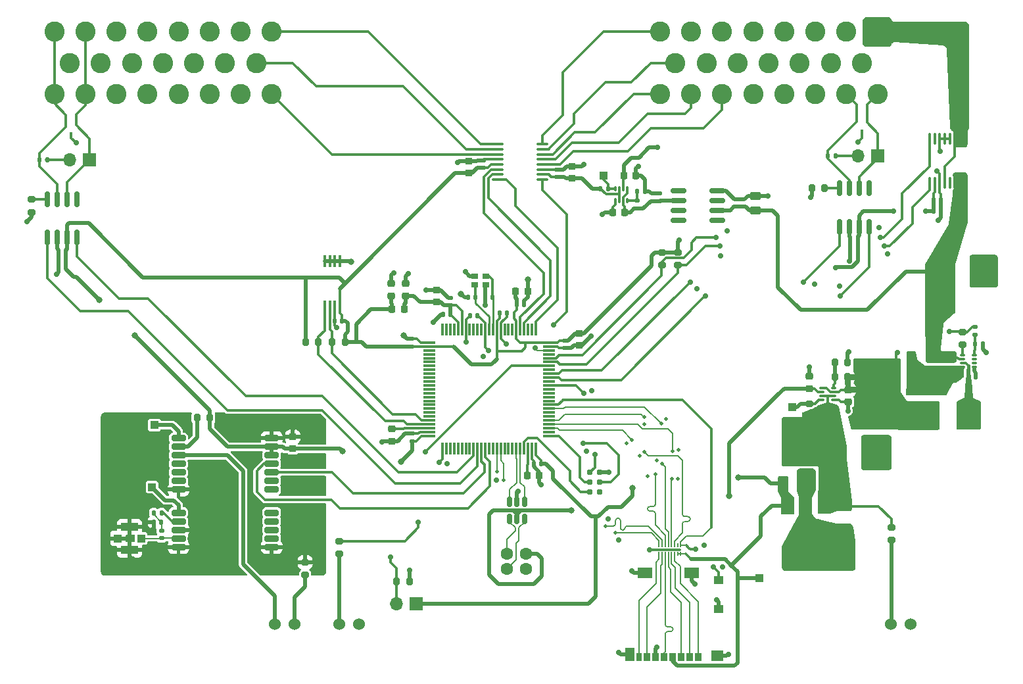
<source format=gtl>
G04 #@! TF.GenerationSoftware,KiCad,Pcbnew,7.0.8*
G04 #@! TF.CreationDate,2023-12-03T17:14:39-07:00*
G04 #@! TF.ProjectId,sdm24logger,73646d32-346c-46f6-9767-65722e6b6963,v3*
G04 #@! TF.SameCoordinates,Original*
G04 #@! TF.FileFunction,Copper,L1,Top*
G04 #@! TF.FilePolarity,Positive*
%FSLAX46Y46*%
G04 Gerber Fmt 4.6, Leading zero omitted, Abs format (unit mm)*
G04 Created by KiCad (PCBNEW 7.0.8) date 2023-12-03 17:14:39*
%MOMM*%
%LPD*%
G01*
G04 APERTURE LIST*
G04 Aperture macros list*
%AMRoundRect*
0 Rectangle with rounded corners*
0 $1 Rounding radius*
0 $2 $3 $4 $5 $6 $7 $8 $9 X,Y pos of 4 corners*
0 Add a 4 corners polygon primitive as box body*
4,1,4,$2,$3,$4,$5,$6,$7,$8,$9,$2,$3,0*
0 Add four circle primitives for the rounded corners*
1,1,$1+$1,$2,$3*
1,1,$1+$1,$4,$5*
1,1,$1+$1,$6,$7*
1,1,$1+$1,$8,$9*
0 Add four rect primitives between the rounded corners*
20,1,$1+$1,$2,$3,$4,$5,0*
20,1,$1+$1,$4,$5,$6,$7,0*
20,1,$1+$1,$6,$7,$8,$9,0*
20,1,$1+$1,$8,$9,$2,$3,0*%
G04 Aperture macros list end*
G04 #@! TA.AperFunction,SMDPad,CuDef*
%ADD10RoundRect,0.140000X0.140000X0.170000X-0.140000X0.170000X-0.140000X-0.170000X0.140000X-0.170000X0*%
G04 #@! TD*
G04 #@! TA.AperFunction,SMDPad,CuDef*
%ADD11RoundRect,0.135000X-0.135000X-0.185000X0.135000X-0.185000X0.135000X0.185000X-0.135000X0.185000X0*%
G04 #@! TD*
G04 #@! TA.AperFunction,SMDPad,CuDef*
%ADD12RoundRect,0.200000X0.200000X0.275000X-0.200000X0.275000X-0.200000X-0.275000X0.200000X-0.275000X0*%
G04 #@! TD*
G04 #@! TA.AperFunction,SMDPad,CuDef*
%ADD13RoundRect,0.140000X-0.140000X-0.170000X0.140000X-0.170000X0.140000X0.170000X-0.140000X0.170000X0*%
G04 #@! TD*
G04 #@! TA.AperFunction,SMDPad,CuDef*
%ADD14RoundRect,0.225000X-0.250000X0.225000X-0.250000X-0.225000X0.250000X-0.225000X0.250000X0.225000X0*%
G04 #@! TD*
G04 #@! TA.AperFunction,SMDPad,CuDef*
%ADD15RoundRect,0.250000X-1.500000X-0.550000X1.500000X-0.550000X1.500000X0.550000X-1.500000X0.550000X0*%
G04 #@! TD*
G04 #@! TA.AperFunction,SMDPad,CuDef*
%ADD16RoundRect,0.200000X-0.200000X-0.275000X0.200000X-0.275000X0.200000X0.275000X-0.200000X0.275000X0*%
G04 #@! TD*
G04 #@! TA.AperFunction,SMDPad,CuDef*
%ADD17RoundRect,0.225000X-0.225000X-0.250000X0.225000X-0.250000X0.225000X0.250000X-0.225000X0.250000X0*%
G04 #@! TD*
G04 #@! TA.AperFunction,SMDPad,CuDef*
%ADD18RoundRect,0.225000X0.225000X0.250000X-0.225000X0.250000X-0.225000X-0.250000X0.225000X-0.250000X0*%
G04 #@! TD*
G04 #@! TA.AperFunction,SMDPad,CuDef*
%ADD19R,1.000000X1.000000*%
G04 #@! TD*
G04 #@! TA.AperFunction,ComponentPad*
%ADD20R,1.700000X1.700000*%
G04 #@! TD*
G04 #@! TA.AperFunction,ComponentPad*
%ADD21O,1.700000X1.700000*%
G04 #@! TD*
G04 #@! TA.AperFunction,ComponentPad*
%ADD22C,2.600000*%
G04 #@! TD*
G04 #@! TA.AperFunction,SMDPad,CuDef*
%ADD23RoundRect,0.150000X-0.150000X0.512500X-0.150000X-0.512500X0.150000X-0.512500X0.150000X0.512500X0*%
G04 #@! TD*
G04 #@! TA.AperFunction,SMDPad,CuDef*
%ADD24RoundRect,0.200000X0.275000X-0.200000X0.275000X0.200000X-0.275000X0.200000X-0.275000X-0.200000X0*%
G04 #@! TD*
G04 #@! TA.AperFunction,SMDPad,CuDef*
%ADD25RoundRect,0.140000X0.170000X-0.140000X0.170000X0.140000X-0.170000X0.140000X-0.170000X-0.140000X0*%
G04 #@! TD*
G04 #@! TA.AperFunction,SMDPad,CuDef*
%ADD26RoundRect,0.050000X-0.050000X0.175000X-0.050000X-0.175000X0.050000X-0.175000X0.050000X0.175000X0*%
G04 #@! TD*
G04 #@! TA.AperFunction,SMDPad,CuDef*
%ADD27RoundRect,0.075000X-1.325000X0.075000X-1.325000X-0.075000X1.325000X-0.075000X1.325000X0.075000X0*%
G04 #@! TD*
G04 #@! TA.AperFunction,SMDPad,CuDef*
%ADD28RoundRect,0.135000X0.185000X-0.135000X0.185000X0.135000X-0.185000X0.135000X-0.185000X-0.135000X0*%
G04 #@! TD*
G04 #@! TA.AperFunction,SMDPad,CuDef*
%ADD29R,2.200000X1.050000*%
G04 #@! TD*
G04 #@! TA.AperFunction,SMDPad,CuDef*
%ADD30R,2.950000X3.500000*%
G04 #@! TD*
G04 #@! TA.AperFunction,SMDPad,CuDef*
%ADD31RoundRect,0.218750X0.218750X0.256250X-0.218750X0.256250X-0.218750X-0.256250X0.218750X-0.256250X0*%
G04 #@! TD*
G04 #@! TA.AperFunction,SMDPad,CuDef*
%ADD32RoundRect,0.225000X0.250000X-0.225000X0.250000X0.225000X-0.250000X0.225000X-0.250000X-0.225000X0*%
G04 #@! TD*
G04 #@! TA.AperFunction,SMDPad,CuDef*
%ADD33RoundRect,0.075000X0.075000X-0.260000X0.075000X0.260000X-0.075000X0.260000X-0.075000X-0.260000X0*%
G04 #@! TD*
G04 #@! TA.AperFunction,SMDPad,CuDef*
%ADD34RoundRect,0.250000X-0.325000X-0.650000X0.325000X-0.650000X0.325000X0.650000X-0.325000X0.650000X0*%
G04 #@! TD*
G04 #@! TA.AperFunction,SMDPad,CuDef*
%ADD35R,0.850000X1.100000*%
G04 #@! TD*
G04 #@! TA.AperFunction,SMDPad,CuDef*
%ADD36R,0.750000X1.100000*%
G04 #@! TD*
G04 #@! TA.AperFunction,SMDPad,CuDef*
%ADD37R,1.200000X1.000000*%
G04 #@! TD*
G04 #@! TA.AperFunction,SMDPad,CuDef*
%ADD38R,1.550000X1.350000*%
G04 #@! TD*
G04 #@! TA.AperFunction,SMDPad,CuDef*
%ADD39R,1.900000X1.350000*%
G04 #@! TD*
G04 #@! TA.AperFunction,SMDPad,CuDef*
%ADD40R,1.170000X1.800000*%
G04 #@! TD*
G04 #@! TA.AperFunction,SMDPad,CuDef*
%ADD41RoundRect,0.075000X-0.075000X0.725000X-0.075000X-0.725000X0.075000X-0.725000X0.075000X0.725000X0*%
G04 #@! TD*
G04 #@! TA.AperFunction,SMDPad,CuDef*
%ADD42RoundRect,0.075000X-0.725000X0.075000X-0.725000X-0.075000X0.725000X-0.075000X0.725000X0.075000X0*%
G04 #@! TD*
G04 #@! TA.AperFunction,SMDPad,CuDef*
%ADD43RoundRect,0.250000X-0.250000X-0.475000X0.250000X-0.475000X0.250000X0.475000X-0.250000X0.475000X0*%
G04 #@! TD*
G04 #@! TA.AperFunction,SMDPad,CuDef*
%ADD44R,0.450000X0.700000*%
G04 #@! TD*
G04 #@! TA.AperFunction,SMDPad,CuDef*
%ADD45R,1.500000X1.500000*%
G04 #@! TD*
G04 #@! TA.AperFunction,SMDPad,CuDef*
%ADD46RoundRect,0.150000X0.150000X-0.825000X0.150000X0.825000X-0.150000X0.825000X-0.150000X-0.825000X0*%
G04 #@! TD*
G04 #@! TA.AperFunction,SMDPad,CuDef*
%ADD47RoundRect,0.135000X-0.185000X0.135000X-0.185000X-0.135000X0.185000X-0.135000X0.185000X0.135000X0*%
G04 #@! TD*
G04 #@! TA.AperFunction,ConnectorPad*
%ADD48C,0.787400*%
G04 #@! TD*
G04 #@! TA.AperFunction,SMDPad,CuDef*
%ADD49RoundRect,0.250000X-0.650000X0.325000X-0.650000X-0.325000X0.650000X-0.325000X0.650000X0.325000X0*%
G04 #@! TD*
G04 #@! TA.AperFunction,SMDPad,CuDef*
%ADD50RoundRect,0.200000X-0.275000X0.200000X-0.275000X-0.200000X0.275000X-0.200000X0.275000X0.200000X0*%
G04 #@! TD*
G04 #@! TA.AperFunction,ComponentPad*
%ADD51C,1.524000*%
G04 #@! TD*
G04 #@! TA.AperFunction,SMDPad,CuDef*
%ADD52RoundRect,0.150000X0.825000X0.150000X-0.825000X0.150000X-0.825000X-0.150000X0.825000X-0.150000X0*%
G04 #@! TD*
G04 #@! TA.AperFunction,SMDPad,CuDef*
%ADD53RoundRect,0.135000X0.135000X0.185000X-0.135000X0.185000X-0.135000X-0.185000X0.135000X-0.185000X0*%
G04 #@! TD*
G04 #@! TA.AperFunction,SMDPad,CuDef*
%ADD54RoundRect,0.140000X-0.170000X0.140000X-0.170000X-0.140000X0.170000X-0.140000X0.170000X0.140000X0*%
G04 #@! TD*
G04 #@! TA.AperFunction,SMDPad,CuDef*
%ADD55RoundRect,0.147500X0.172500X-0.147500X0.172500X0.147500X-0.172500X0.147500X-0.172500X-0.147500X0*%
G04 #@! TD*
G04 #@! TA.AperFunction,SMDPad,CuDef*
%ADD56RoundRect,0.075000X0.260000X0.075000X-0.260000X0.075000X-0.260000X-0.075000X0.260000X-0.075000X0*%
G04 #@! TD*
G04 #@! TA.AperFunction,ComponentPad*
%ADD57C,1.600000*%
G04 #@! TD*
G04 #@! TA.AperFunction,SMDPad,CuDef*
%ADD58RoundRect,0.200000X-0.700000X-0.200000X0.700000X-0.200000X0.700000X0.200000X-0.700000X0.200000X0*%
G04 #@! TD*
G04 #@! TA.AperFunction,SMDPad,CuDef*
%ADD59R,0.900000X0.800000*%
G04 #@! TD*
G04 #@! TA.AperFunction,SMDPad,CuDef*
%ADD60RoundRect,0.100000X-0.100000X0.637500X-0.100000X-0.637500X0.100000X-0.637500X0.100000X0.637500X0*%
G04 #@! TD*
G04 #@! TA.AperFunction,SMDPad,CuDef*
%ADD61RoundRect,0.075000X-0.260000X-0.075000X0.260000X-0.075000X0.260000X0.075000X-0.260000X0.075000X0*%
G04 #@! TD*
G04 #@! TA.AperFunction,SMDPad,CuDef*
%ADD62RoundRect,0.250000X0.475000X-0.250000X0.475000X0.250000X-0.475000X0.250000X-0.475000X-0.250000X0*%
G04 #@! TD*
G04 #@! TA.AperFunction,SMDPad,CuDef*
%ADD63RoundRect,0.100000X-0.100000X0.675000X-0.100000X-0.675000X0.100000X-0.675000X0.100000X0.675000X0*%
G04 #@! TD*
G04 #@! TA.AperFunction,SMDPad,CuDef*
%ADD64RoundRect,0.100000X0.637500X0.100000X-0.637500X0.100000X-0.637500X-0.100000X0.637500X-0.100000X0*%
G04 #@! TD*
G04 #@! TA.AperFunction,SMDPad,CuDef*
%ADD65R,1.500000X2.000000*%
G04 #@! TD*
G04 #@! TA.AperFunction,SMDPad,CuDef*
%ADD66R,3.800000X2.000000*%
G04 #@! TD*
G04 #@! TA.AperFunction,ViaPad*
%ADD67C,0.700000*%
G04 #@! TD*
G04 #@! TA.AperFunction,ViaPad*
%ADD68C,0.500000*%
G04 #@! TD*
G04 #@! TA.AperFunction,ViaPad*
%ADD69C,0.800000*%
G04 #@! TD*
G04 #@! TA.AperFunction,Conductor*
%ADD70C,0.250000*%
G04 #@! TD*
G04 #@! TA.AperFunction,Conductor*
%ADD71C,0.300000*%
G04 #@! TD*
G04 #@! TA.AperFunction,Conductor*
%ADD72C,0.500000*%
G04 #@! TD*
G04 #@! TA.AperFunction,Conductor*
%ADD73C,0.200000*%
G04 #@! TD*
G04 #@! TA.AperFunction,Conductor*
%ADD74C,0.400000*%
G04 #@! TD*
G04 #@! TA.AperFunction,Conductor*
%ADD75C,0.156500*%
G04 #@! TD*
G04 #@! TA.AperFunction,Conductor*
%ADD76C,0.153900*%
G04 #@! TD*
G04 APERTURE END LIST*
D10*
X126480000Y-111500000D03*
X125520000Y-111500000D03*
D11*
X171590000Y-91000000D03*
X172610000Y-91000000D03*
D12*
X117725000Y-145700000D03*
X116075000Y-145700000D03*
D13*
X185220000Y-98100000D03*
X186180000Y-98100000D03*
D14*
X139600000Y-113825000D03*
X139600000Y-115375000D03*
D15*
X172260000Y-129140000D03*
X177860000Y-129140000D03*
D10*
X73505000Y-103965000D03*
X72545000Y-103965000D03*
D16*
X104375000Y-114900000D03*
X106025000Y-114900000D03*
D17*
X132925000Y-132100000D03*
X134475000Y-132100000D03*
D12*
X92025000Y-124700000D03*
X90375000Y-124700000D03*
D10*
X123025000Y-111400000D03*
X122065000Y-111400000D03*
D18*
X145475000Y-98200000D03*
X143925000Y-98200000D03*
D19*
X84900000Y-125600000D03*
D12*
X174185000Y-119440000D03*
X172535000Y-119440000D03*
D16*
X169575000Y-95100000D03*
X171225000Y-95100000D03*
D20*
X76540000Y-91465000D03*
D21*
X74000000Y-91465000D03*
D22*
X99999999Y-83000000D03*
X96000000Y-83000000D03*
X92000000Y-83000000D03*
X88000000Y-83000000D03*
X84000001Y-83000000D03*
X80000001Y-83000000D03*
X76000002Y-83000000D03*
X72000002Y-83000000D03*
X98000001Y-79000000D03*
X94000001Y-79000000D03*
X90000001Y-79000000D03*
X86000002Y-79000000D03*
X82000002Y-79000000D03*
X78000003Y-79000000D03*
X74000003Y-79000000D03*
X99999999Y-75000000D03*
X96000000Y-75000000D03*
X92000000Y-75000000D03*
X88000000Y-75000000D03*
X84000001Y-75000000D03*
X80000001Y-75000000D03*
X76000002Y-75000000D03*
X72000002Y-75000000D03*
X177999999Y-83000000D03*
X174000000Y-83000000D03*
X170000000Y-83000000D03*
X166000000Y-83000000D03*
X162000001Y-83000000D03*
X158000001Y-83000000D03*
X154000002Y-83000000D03*
X150000002Y-83000000D03*
X176000001Y-79000000D03*
X172000001Y-79000000D03*
X168000001Y-79000000D03*
X164000002Y-79000000D03*
X160000002Y-79000000D03*
X156000003Y-79000000D03*
X152000003Y-79000000D03*
X177999999Y-75000000D03*
X174000000Y-75000000D03*
X170000000Y-75000000D03*
X166000000Y-75000000D03*
X162000001Y-75000000D03*
X158000001Y-75000000D03*
X154000002Y-75000000D03*
X150000002Y-75000000D03*
D23*
X132550000Y-135462500D03*
X131600000Y-135462500D03*
X130650000Y-135462500D03*
X130650000Y-137737500D03*
X131600000Y-137737500D03*
X132550000Y-137737500D03*
D10*
X85780000Y-138100000D03*
X84820000Y-138100000D03*
D19*
X162800000Y-145300000D03*
D15*
X186060000Y-105840000D03*
X191660000Y-105840000D03*
D24*
X179800000Y-140425000D03*
X179800000Y-138775000D03*
D10*
X175480000Y-103400000D03*
X174520000Y-103400000D03*
D25*
X118100000Y-127680000D03*
X118100000Y-126720000D03*
D26*
X152680000Y-141075000D03*
X152280000Y-141075000D03*
X151880000Y-141075000D03*
X151480000Y-141075000D03*
X151080000Y-141075000D03*
X150680000Y-141075000D03*
X150280000Y-141075000D03*
X149880000Y-141075000D03*
X149880000Y-142225000D03*
X150280000Y-142225000D03*
X150680000Y-142225000D03*
X151080000Y-142225000D03*
X151480000Y-142225000D03*
X151880000Y-142225000D03*
X152280000Y-142225000D03*
X152680000Y-142225000D03*
D27*
X151280000Y-141650000D03*
D25*
X160075000Y-97515000D03*
X160075000Y-96555000D03*
D28*
X147030000Y-97770000D03*
X147030000Y-96750000D03*
D19*
X83200000Y-140200000D03*
D29*
X81700000Y-141675000D03*
D19*
X80200000Y-140200000D03*
D29*
X81700000Y-138725000D03*
D10*
X128460000Y-109170000D03*
X127500000Y-109170000D03*
D30*
X184335000Y-124400000D03*
X189785000Y-124400000D03*
D24*
X104300000Y-144925000D03*
X104300000Y-143275000D03*
D10*
X126260000Y-109170000D03*
X125300000Y-109170000D03*
D31*
X117085000Y-110697500D03*
X115510000Y-110697500D03*
D25*
X123000000Y-110180000D03*
X123000000Y-109220000D03*
D32*
X115410000Y-108972500D03*
X115410000Y-107422500D03*
D19*
X167060000Y-123340000D03*
D33*
X144300000Y-96700000D03*
X144800000Y-96700000D03*
X145300000Y-96700000D03*
X145800000Y-96700000D03*
X145800000Y-95220000D03*
X145300000Y-95220000D03*
X144800000Y-95220000D03*
X144300000Y-95220000D03*
D34*
X165835000Y-133140000D03*
X168785000Y-133140000D03*
D35*
X154945000Y-155450000D03*
X153845000Y-155450000D03*
X152745000Y-155450000D03*
X151645000Y-155450000D03*
X150545000Y-155450000D03*
X149445000Y-155450000D03*
X148345000Y-155450000D03*
D36*
X147295000Y-155450000D03*
D37*
X157580000Y-149300000D03*
X157580000Y-145600000D03*
D38*
X157405000Y-155325000D03*
D39*
X154080000Y-144625000D03*
X148110000Y-144625000D03*
D40*
X146085000Y-155100000D03*
D41*
X134000000Y-113325000D03*
X133500000Y-113325000D03*
X133000000Y-113325000D03*
X132500000Y-113325000D03*
X132000000Y-113325000D03*
X131500000Y-113325000D03*
X131000000Y-113325000D03*
X130500000Y-113325000D03*
X130000000Y-113325000D03*
X129500000Y-113325000D03*
X129000000Y-113325000D03*
X128500000Y-113325000D03*
X128000000Y-113325000D03*
X127500000Y-113325000D03*
X127000000Y-113325000D03*
X126500000Y-113325000D03*
X126000000Y-113325000D03*
X125500000Y-113325000D03*
X125000000Y-113325000D03*
X124500000Y-113325000D03*
X124000000Y-113325000D03*
X123500000Y-113325000D03*
X123000000Y-113325000D03*
X122500000Y-113325000D03*
X122000000Y-113325000D03*
D42*
X120325000Y-115000000D03*
X120325000Y-115500000D03*
X120325000Y-116000000D03*
X120325000Y-116500000D03*
X120325000Y-117000000D03*
X120325000Y-117500000D03*
X120325000Y-118000000D03*
X120325000Y-118500000D03*
X120325000Y-119000000D03*
X120325000Y-119500000D03*
X120325000Y-120000000D03*
X120325000Y-120500000D03*
X120325000Y-121000000D03*
X120325000Y-121500000D03*
X120325000Y-122000000D03*
X120325000Y-122500000D03*
X120325000Y-123000000D03*
X120325000Y-123500000D03*
X120325000Y-124000000D03*
X120325000Y-124500000D03*
X120325000Y-125000000D03*
X120325000Y-125500000D03*
X120325000Y-126000000D03*
X120325000Y-126500000D03*
X120325000Y-127000000D03*
D41*
X122000000Y-128675000D03*
X122500000Y-128675000D03*
X123000000Y-128675000D03*
X123500000Y-128675000D03*
X124000000Y-128675000D03*
X124500000Y-128675000D03*
X125000000Y-128675000D03*
X125500000Y-128675000D03*
X126000000Y-128675000D03*
X126500000Y-128675000D03*
X127000000Y-128675000D03*
X127500000Y-128675000D03*
X128000000Y-128675000D03*
X128500000Y-128675000D03*
X129000000Y-128675000D03*
X129500000Y-128675000D03*
X130000000Y-128675000D03*
X130500000Y-128675000D03*
X131000000Y-128675000D03*
X131500000Y-128675000D03*
X132000000Y-128675000D03*
X132500000Y-128675000D03*
X133000000Y-128675000D03*
X133500000Y-128675000D03*
X134000000Y-128675000D03*
D42*
X135675000Y-127000000D03*
X135675000Y-126500000D03*
X135675000Y-126000000D03*
X135675000Y-125500000D03*
X135675000Y-125000000D03*
X135675000Y-124500000D03*
X135675000Y-124000000D03*
X135675000Y-123500000D03*
X135675000Y-123000000D03*
X135675000Y-122500000D03*
X135675000Y-122000000D03*
X135675000Y-121500000D03*
X135675000Y-121000000D03*
X135675000Y-120500000D03*
X135675000Y-120000000D03*
X135675000Y-119500000D03*
X135675000Y-119000000D03*
X135675000Y-118500000D03*
X135675000Y-118000000D03*
X135675000Y-117500000D03*
X135675000Y-117000000D03*
X135675000Y-116500000D03*
X135675000Y-116000000D03*
X135675000Y-115500000D03*
X135675000Y-115000000D03*
D20*
X178075000Y-91000000D03*
D21*
X175535000Y-91000000D03*
D25*
X118045000Y-115490000D03*
X118045000Y-114530000D03*
D17*
X145355000Y-93460000D03*
X146905000Y-93460000D03*
D43*
X180450000Y-120460000D03*
X182350000Y-120460000D03*
D44*
X176650000Y-85900000D03*
X175350000Y-85900000D03*
X176000000Y-87900000D03*
X74795000Y-86275000D03*
X73495000Y-86275000D03*
X74145000Y-88275000D03*
D13*
X131520000Y-110100000D03*
X132480000Y-110100000D03*
D45*
X180860000Y-123400000D03*
D14*
X187410000Y-116925000D03*
X187410000Y-118475000D03*
X115500000Y-126125000D03*
X115500000Y-127675000D03*
D46*
X173095000Y-100075000D03*
X174365000Y-100075000D03*
X175635000Y-100075000D03*
X176905000Y-100075000D03*
X176905000Y-95125000D03*
X175635000Y-95125000D03*
X174365000Y-95125000D03*
X173095000Y-95125000D03*
D24*
X69100000Y-98225000D03*
X69100000Y-96575000D03*
D20*
X118575000Y-148600000D03*
D21*
X116035000Y-148600000D03*
D46*
X71095000Y-101475000D03*
X72365000Y-101475000D03*
X73635000Y-101475000D03*
X74905000Y-101475000D03*
X74905000Y-96525000D03*
X73635000Y-96525000D03*
X72365000Y-96525000D03*
X71095000Y-96525000D03*
D47*
X190600000Y-112990000D03*
X190600000Y-114010000D03*
D12*
X109425000Y-114900000D03*
X107775000Y-114900000D03*
D14*
X174260000Y-121065000D03*
X174260000Y-122615000D03*
D48*
X142251000Y-134210000D03*
X140981000Y-134210000D03*
X142251000Y-132940000D03*
X140981000Y-132940000D03*
X142251000Y-131670000D03*
X140981000Y-131670000D03*
D49*
X185200000Y-116825000D03*
X185200000Y-119775000D03*
D50*
X150300000Y-103375000D03*
X150300000Y-105025000D03*
X108700000Y-140575000D03*
X108700000Y-142225000D03*
X169210000Y-122840000D03*
X169210000Y-124490000D03*
D25*
X149900000Y-96780000D03*
X149900000Y-95820000D03*
D51*
X111270000Y-151270000D03*
X108730000Y-151270000D03*
D24*
X188960000Y-115265000D03*
X188960000Y-113615000D03*
D25*
X127200000Y-92480000D03*
X127200000Y-91520000D03*
D51*
X102970000Y-151270000D03*
X100430000Y-151270000D03*
D49*
X173710000Y-136065000D03*
X173710000Y-139015000D03*
D32*
X125400000Y-93175000D03*
X125400000Y-91625000D03*
D16*
X172535000Y-117540000D03*
X174185000Y-117540000D03*
D19*
X142730000Y-93460000D03*
D10*
X134680000Y-130600000D03*
X133720000Y-130600000D03*
D52*
X157350000Y-99240000D03*
X157350000Y-97970000D03*
X157350000Y-96700000D03*
X157350000Y-95430000D03*
X152400000Y-95430000D03*
X152400000Y-96700000D03*
X152400000Y-97970000D03*
X152400000Y-99240000D03*
D53*
X143310000Y-95160000D03*
X142290000Y-95160000D03*
D54*
X137745000Y-114720000D03*
X137745000Y-115680000D03*
D10*
X175480000Y-102100000D03*
X174520000Y-102100000D03*
D55*
X85800000Y-140185000D03*
X85800000Y-139215000D03*
D56*
X172360000Y-122340000D03*
X172360000Y-121840000D03*
X172360000Y-121340000D03*
X172360000Y-120840000D03*
X170880000Y-120840000D03*
X170880000Y-121340000D03*
X170880000Y-121840000D03*
X170880000Y-122340000D03*
D11*
X190550000Y-115200000D03*
X191570000Y-115200000D03*
D32*
X117210000Y-108972500D03*
X117210000Y-107422500D03*
D57*
X132760000Y-142160000D03*
X130260000Y-142160000D03*
X130260000Y-144160000D03*
X132760000Y-144160000D03*
D58*
X88000000Y-127300000D03*
X88000000Y-128400000D03*
X88000000Y-129500000D03*
X88000000Y-130600000D03*
X88000000Y-131700000D03*
X88000000Y-132800000D03*
X88000000Y-133900000D03*
X88000000Y-136900000D03*
X88000000Y-138000000D03*
X88000000Y-139100000D03*
X88000000Y-140200000D03*
X88000000Y-141300000D03*
X100000000Y-141300000D03*
X100000000Y-140200000D03*
X100000000Y-139100000D03*
X100000000Y-138000000D03*
X100000000Y-136900000D03*
X100000000Y-133900000D03*
X100000000Y-132800000D03*
X100000000Y-131700000D03*
X100000000Y-130600000D03*
X100000000Y-129500000D03*
X100000000Y-128400000D03*
X100000000Y-127300000D03*
D59*
X127580000Y-106420000D03*
X126180000Y-106420000D03*
X126180000Y-107520000D03*
X127580000Y-107520000D03*
D60*
X189275000Y-88737500D03*
X188625000Y-88737500D03*
X187975000Y-88737500D03*
X187325000Y-88737500D03*
X186675000Y-88737500D03*
X186025000Y-88737500D03*
X185375000Y-88737500D03*
X184725000Y-88737500D03*
X184725000Y-94462500D03*
X185375000Y-94462500D03*
X186025000Y-94462500D03*
X186675000Y-94462500D03*
X187325000Y-94462500D03*
X187975000Y-94462500D03*
X188625000Y-94462500D03*
X189275000Y-94462500D03*
D11*
X147090000Y-95500000D03*
X148110000Y-95500000D03*
D32*
X138700000Y-93875000D03*
X138700000Y-92325000D03*
X169210000Y-120915000D03*
X169210000Y-119365000D03*
D61*
X188980000Y-116640000D03*
X188980000Y-117140000D03*
X188980000Y-117640000D03*
X188980000Y-118140000D03*
X190460000Y-118140000D03*
X190460000Y-117640000D03*
X190460000Y-117140000D03*
X190460000Y-116640000D03*
D32*
X121200000Y-109775000D03*
X121200000Y-108225000D03*
D17*
X131425000Y-108400000D03*
X132975000Y-108400000D03*
D62*
X162275000Y-97985000D03*
X162275000Y-96085000D03*
D53*
X85810000Y-136900000D03*
X84790000Y-136900000D03*
D19*
X84600000Y-133600000D03*
D32*
X102700000Y-128675000D03*
X102700000Y-127125000D03*
D63*
X108775000Y-104540000D03*
X108125000Y-104540000D03*
X107475000Y-104540000D03*
X106825000Y-104540000D03*
X106825000Y-110340000D03*
X107475000Y-110340000D03*
X108125000Y-110340000D03*
X108775000Y-110340000D03*
D25*
X136700000Y-93680000D03*
X136700000Y-92720000D03*
D10*
X190680000Y-119400000D03*
X189720000Y-119400000D03*
D13*
X185220000Y-96600000D03*
X186180000Y-96600000D03*
D64*
X134865000Y-94020000D03*
X134865000Y-93370000D03*
X134865000Y-92720000D03*
X134865000Y-92070000D03*
X134865000Y-91420000D03*
X134865000Y-90770000D03*
X134865000Y-90120000D03*
X134865000Y-89470000D03*
X129140000Y-89470000D03*
X129140000Y-90120000D03*
X129140000Y-90770000D03*
X129140000Y-91420000D03*
X129140000Y-92070000D03*
X129140000Y-92720000D03*
X129140000Y-93370000D03*
X129140000Y-94020000D03*
D50*
X152300000Y-103375000D03*
X152300000Y-105025000D03*
D45*
X173800000Y-142700000D03*
D65*
X171060000Y-135990000D03*
X168760000Y-135990000D03*
D66*
X168760000Y-142290000D03*
D65*
X166460000Y-135990000D03*
D10*
X109080000Y-112200000D03*
X108120000Y-112200000D03*
X73505000Y-105265000D03*
X72545000Y-105265000D03*
D51*
X182270000Y-151270000D03*
X179730000Y-151270000D03*
D43*
X180450000Y-117960000D03*
X182350000Y-117960000D03*
D11*
X70090000Y-91490000D03*
X71110000Y-91490000D03*
D13*
X129320000Y-111200000D03*
X130280000Y-111200000D03*
D67*
X188000000Y-119700000D03*
X105100000Y-132700000D03*
X81400000Y-131900000D03*
X119900000Y-108200000D03*
X97200000Y-129900000D03*
X149600000Y-154200000D03*
X148700000Y-141700000D03*
X158675000Y-100635000D03*
X90700000Y-139100000D03*
X83400000Y-137000000D03*
X178200000Y-100200000D03*
X83750000Y-141500000D03*
X182400000Y-116500000D03*
D68*
X149600000Y-130200000D03*
D67*
X89500000Y-140250000D03*
X105400000Y-137000000D03*
X192900000Y-107300000D03*
X92000000Y-137100000D03*
X155650000Y-141100000D03*
X124935000Y-105870000D03*
X179300000Y-130700000D03*
X176400000Y-130700000D03*
X89700000Y-134100000D03*
X186800000Y-120700000D03*
D68*
X148000000Y-125500000D03*
D67*
X105600000Y-143300000D03*
X176400000Y-127600000D03*
X143400000Y-131700000D03*
X88300000Y-124700000D03*
X168800000Y-144000000D03*
X68500000Y-99400000D03*
X90700000Y-141300000D03*
X108400000Y-113100000D03*
X166100000Y-141600000D03*
X91000000Y-131900000D03*
X185800000Y-121100000D03*
X174300000Y-140200000D03*
X169300000Y-137600000D03*
X188700000Y-119000000D03*
X80200000Y-143600000D03*
X79000000Y-134300000D03*
X174200000Y-123800000D03*
X117600000Y-106100000D03*
X140200000Y-92100000D03*
X127480000Y-110170000D03*
X94100000Y-134400000D03*
D68*
X148400000Y-132200000D03*
D67*
X94400000Y-137400000D03*
X79300000Y-137000000D03*
X78600000Y-140300000D03*
X140510000Y-128980000D03*
X127200000Y-116800000D03*
X101900000Y-141600000D03*
X99100000Y-143800000D03*
X103300000Y-130400000D03*
X183500000Y-118000000D03*
X179300000Y-103600000D03*
X84600000Y-139100000D03*
D68*
X147400000Y-129600000D03*
X152400000Y-128800000D03*
D67*
X79200000Y-131800000D03*
X125000000Y-114900000D03*
X81700000Y-137100000D03*
X154800000Y-108100000D03*
X84750000Y-141000000D03*
X84100000Y-135800000D03*
X174300000Y-116200000D03*
X144700000Y-154900000D03*
X190400000Y-104300000D03*
X190400000Y-107300000D03*
X183500000Y-121000000D03*
X168100000Y-137600000D03*
X101100000Y-124900000D03*
D69*
X110200000Y-104600000D03*
D67*
X169200000Y-118100000D03*
X78800000Y-138000000D03*
X157300000Y-148100000D03*
X97000000Y-125100000D03*
X115700000Y-106000000D03*
D68*
X150800000Y-124800000D03*
D67*
X80400000Y-137100000D03*
X90700000Y-140200000D03*
X186100000Y-90400000D03*
X81900000Y-125400000D03*
X105700000Y-126700000D03*
X92600000Y-139800000D03*
X192000000Y-116300000D03*
X128900000Y-132700000D03*
X134700000Y-133300000D03*
X105500000Y-139700000D03*
X167300000Y-144000000D03*
X179300000Y-127600000D03*
X102800000Y-138000000D03*
X154500000Y-146100000D03*
X82100000Y-142900000D03*
X157800000Y-103800000D03*
X168100000Y-131600000D03*
X102900000Y-125900000D03*
X183500000Y-119000000D03*
X185800000Y-99300000D03*
X72300000Y-106200000D03*
X141100000Y-114200000D03*
X146400000Y-144400000D03*
X94600000Y-140800000D03*
X114200000Y-127800000D03*
X79900000Y-127000000D03*
D69*
X124400000Y-108700000D03*
D67*
X94800000Y-143400000D03*
X169900000Y-107500000D03*
X130200000Y-115200000D03*
D69*
X133000000Y-106900000D03*
D67*
X173100000Y-107700000D03*
X174400000Y-104500000D03*
X185700000Y-92900000D03*
X187100000Y-119700000D03*
X170200000Y-144000000D03*
X175500000Y-89200000D03*
X91900000Y-135100000D03*
X117800000Y-144300000D03*
X177700000Y-127600000D03*
X163875000Y-96135000D03*
X123900000Y-91800000D03*
X78600000Y-139000000D03*
X81300000Y-143700000D03*
D69*
X117000000Y-114100000D03*
D67*
X158050000Y-143840000D03*
X74800000Y-89300000D03*
X89700000Y-141300000D03*
X78800000Y-141600000D03*
X87900000Y-143500000D03*
X85400000Y-135800000D03*
X83700000Y-128900000D03*
X142600000Y-98500000D03*
X158800000Y-155100000D03*
X183500000Y-120000000D03*
X79100000Y-143100000D03*
X144700000Y-140400000D03*
D68*
X145700000Y-128000000D03*
D67*
X184600000Y-121100000D03*
X177700000Y-130700000D03*
X122600000Y-130600000D03*
X192900000Y-104300000D03*
X92700000Y-143600000D03*
X169400000Y-131600000D03*
X169400000Y-96300000D03*
X105500000Y-130300000D03*
X143300000Y-137700000D03*
X79400000Y-129500000D03*
X131700000Y-134100000D03*
X83800000Y-142900000D03*
X173200000Y-140200000D03*
X191600000Y-107300000D03*
D68*
X152300000Y-132500000D03*
D67*
X97700000Y-139600000D03*
X101900000Y-132700000D03*
X191600000Y-104300000D03*
X96100000Y-127100000D03*
X89600000Y-139100000D03*
X103800000Y-133800000D03*
X97800000Y-136400000D03*
X85750000Y-141250000D03*
X120800000Y-112400000D03*
X93700000Y-132000000D03*
X141200000Y-121200000D03*
X166100000Y-142800000D03*
X147200000Y-92300000D03*
X90446173Y-143599177D03*
D69*
X82400000Y-114100000D03*
X109100000Y-129000000D03*
D67*
X152500000Y-101800000D03*
X172600000Y-105331032D03*
D69*
X77800000Y-109500000D03*
X146500000Y-133700000D03*
D67*
X180100000Y-98100000D03*
D69*
X116700000Y-130300000D03*
X160100000Y-132400000D03*
D67*
X184200000Y-98100000D03*
X140100000Y-128000000D03*
X127900000Y-116000000D03*
D69*
X138600000Y-136600000D03*
X158900000Y-134700000D03*
D67*
X167800000Y-128900000D03*
X168800000Y-127900000D03*
X166800000Y-128900000D03*
X166800000Y-127900000D03*
X168800000Y-128900000D03*
X167800000Y-129900000D03*
X167800000Y-127900000D03*
X168800000Y-129900000D03*
X149700000Y-89900000D03*
X166800000Y-129900000D03*
X141600000Y-129400000D03*
X140200000Y-121500000D03*
X156900000Y-143900000D03*
X154600000Y-141600000D03*
X115300000Y-142600000D03*
X119800000Y-129100000D03*
X173200000Y-109000000D03*
X155900000Y-109000000D03*
D68*
X143000000Y-138600000D03*
X129000000Y-131600000D03*
X144300000Y-139500000D03*
X129900000Y-132700000D03*
X146400000Y-127500000D03*
X148000000Y-129100000D03*
X151600000Y-129000000D03*
X151500000Y-132500000D03*
X149400000Y-131900000D03*
X148000000Y-124600000D03*
X150300000Y-130600000D03*
X150150000Y-125450000D03*
D67*
X153900000Y-107200000D03*
X168500000Y-107200000D03*
X136300000Y-112700000D03*
X133900000Y-115700000D03*
X118900000Y-138100000D03*
X121600000Y-130400000D03*
X157700000Y-102600000D03*
X178900000Y-102600000D03*
X157200000Y-101500000D03*
X178400000Y-101500000D03*
X180600000Y-116300000D03*
X187300000Y-113600000D03*
D70*
X128500000Y-109210000D02*
X128460000Y-109170000D01*
X128500000Y-113325000D02*
X128500000Y-109210000D01*
D71*
X128460000Y-109170000D02*
X128480000Y-109190000D01*
X128460000Y-109170000D02*
X128460000Y-106850000D01*
X128030000Y-106420000D02*
X127580000Y-106420000D01*
X128460000Y-106850000D02*
X128030000Y-106420000D01*
D72*
X121800000Y-111400000D02*
X120800000Y-112400000D01*
X78700000Y-140200000D02*
X78600000Y-140300000D01*
X137750000Y-115675000D02*
X137745000Y-115680000D01*
X148920000Y-95820000D02*
X149900000Y-95820000D01*
X121200000Y-108225000D02*
X119925000Y-108225000D01*
D71*
X187745000Y-118140000D02*
X187410000Y-118475000D01*
X186180000Y-96600000D02*
X186180000Y-95880000D01*
D72*
X174520000Y-103600000D02*
X174520000Y-104380000D01*
X139975000Y-92325000D02*
X140200000Y-92100000D01*
D71*
X186025000Y-88737500D02*
X186025000Y-90325000D01*
X129500000Y-113325000D02*
X129500000Y-112423958D01*
D72*
X122720000Y-109220000D02*
X121725000Y-108225000D01*
D71*
X186025000Y-94462500D02*
X186025000Y-93225000D01*
D72*
X146905000Y-92595000D02*
X147200000Y-92300000D01*
X117430000Y-114530000D02*
X117000000Y-114100000D01*
X157405000Y-155325000D02*
X158575000Y-155325000D01*
D71*
X120325000Y-126500000D02*
X119100000Y-126500000D01*
X108120000Y-112820000D02*
X108400000Y-113100000D01*
X74145000Y-88275000D02*
X74145000Y-88645000D01*
X74145000Y-88645000D02*
X74800000Y-89300000D01*
D72*
X131600000Y-134200000D02*
X131700000Y-134100000D01*
X163825000Y-96085000D02*
X163875000Y-96135000D01*
X139600000Y-115375000D02*
X139925000Y-115375000D01*
D71*
X136800000Y-115500000D02*
X136980000Y-115680000D01*
D72*
X84820000Y-138100000D02*
X84820000Y-138880000D01*
X72365000Y-102865000D02*
X72365000Y-101475000D01*
X127500000Y-107600000D02*
X127580000Y-107520000D01*
X174520000Y-103600000D02*
X174520000Y-102100000D01*
X169210000Y-119365000D02*
X169210000Y-118110000D01*
X106825000Y-104537500D02*
X107475000Y-104537500D01*
D71*
X187325000Y-88737500D02*
X186025000Y-88737500D01*
X129500000Y-113325000D02*
X129500000Y-114500000D01*
X133720000Y-130220000D02*
X133500000Y-130000000D01*
X144300000Y-96700000D02*
X144300000Y-97200000D01*
X119200000Y-115000000D02*
X118730000Y-114530000D01*
D72*
X191570000Y-115870000D02*
X192000000Y-116300000D01*
X157580000Y-148380000D02*
X157300000Y-148100000D01*
D71*
X186025000Y-90325000D02*
X186100000Y-90400000D01*
X176000000Y-87900000D02*
X176000000Y-88700000D01*
D72*
X139600000Y-115375000D02*
X138925000Y-115375000D01*
X174185000Y-117540000D02*
X174185000Y-116315000D01*
X124075000Y-91625000D02*
X123900000Y-91800000D01*
X88000000Y-139100000D02*
X89600000Y-139100000D01*
D71*
X173040000Y-122340000D02*
X173315000Y-122615000D01*
X173315000Y-122615000D02*
X174260000Y-122615000D01*
D72*
X132480000Y-109620000D02*
X132975000Y-109125000D01*
X138620000Y-115680000D02*
X137745000Y-115680000D01*
X126180000Y-106420000D02*
X125485000Y-106420000D01*
X72545000Y-105955000D02*
X72300000Y-106200000D01*
X161325000Y-96085000D02*
X160855000Y-96555000D01*
D71*
X143925000Y-97575000D02*
X143925000Y-98200000D01*
D72*
X191570000Y-115200000D02*
X191570000Y-115870000D01*
X174520000Y-104380000D02*
X174400000Y-104500000D01*
X154080000Y-145680000D02*
X154500000Y-146100000D01*
X81700000Y-142500000D02*
X82100000Y-142900000D01*
X138700000Y-92325000D02*
X139975000Y-92325000D01*
D71*
X108120000Y-112200000D02*
X108120000Y-110267500D01*
D72*
X132480000Y-110100000D02*
X132480000Y-109620000D01*
D71*
X186180000Y-95880000D02*
X186025000Y-95725000D01*
X127300000Y-91420000D02*
X127200000Y-91520000D01*
D72*
X158575000Y-155325000D02*
X158800000Y-155100000D01*
X147560000Y-93460000D02*
X146905000Y-93460000D01*
X115410000Y-107422500D02*
X115410000Y-106290000D01*
X127500000Y-109170000D02*
X127500000Y-110150000D01*
X117725000Y-145700000D02*
X117725000Y-144375000D01*
X104300000Y-143275000D02*
X105575000Y-143275000D01*
X139925000Y-115375000D02*
X141100000Y-114200000D01*
X69100000Y-98800000D02*
X68500000Y-99400000D01*
X162275000Y-96085000D02*
X163825000Y-96085000D01*
D71*
X172360000Y-122340000D02*
X173040000Y-122340000D01*
D72*
X102700000Y-127125000D02*
X101675000Y-127125000D01*
X80200000Y-140200000D02*
X78700000Y-140200000D01*
X72545000Y-105265000D02*
X72545000Y-105955000D01*
X137580000Y-92720000D02*
X136700000Y-92720000D01*
X81700000Y-141675000D02*
X81700000Y-142500000D01*
X174185000Y-116315000D02*
X174300000Y-116200000D01*
X169575000Y-96125000D02*
X169400000Y-96300000D01*
X119925000Y-108225000D02*
X119900000Y-108200000D01*
X124870000Y-109170000D02*
X124400000Y-108700000D01*
X174200000Y-123800000D02*
X174200000Y-122675000D01*
X134475000Y-133075000D02*
X134700000Y-133300000D01*
X115500000Y-127675000D02*
X116225000Y-127675000D01*
X101600000Y-141300000D02*
X101900000Y-141600000D01*
X114325000Y-127675000D02*
X114200000Y-127800000D01*
X110137500Y-104537500D02*
X110200000Y-104600000D01*
X105575000Y-143275000D02*
X105600000Y-143300000D01*
X72545000Y-103965000D02*
X72545000Y-105265000D01*
X72545000Y-103045000D02*
X72365000Y-102865000D01*
X81700000Y-138200000D02*
X81700000Y-137100000D01*
X148600000Y-95500000D02*
X148920000Y-95820000D01*
X138700000Y-92325000D02*
X137975000Y-92325000D01*
X143925000Y-98200000D02*
X142900000Y-98200000D01*
X174365000Y-101265000D02*
X174520000Y-101420000D01*
X174200000Y-122675000D02*
X174260000Y-122615000D01*
X117210000Y-106490000D02*
X117600000Y-106100000D01*
D71*
X125000000Y-113325000D02*
X125000000Y-112020000D01*
X134865000Y-92720000D02*
X136700000Y-92720000D01*
D72*
X149445000Y-155450000D02*
X149445000Y-154355000D01*
D71*
X151280000Y-141650000D02*
X148750000Y-141650000D01*
D72*
X137975000Y-92325000D02*
X137580000Y-92720000D01*
X169210000Y-118110000D02*
X169200000Y-118100000D01*
X142251000Y-131670000D02*
X143370000Y-131670000D01*
D71*
X129140000Y-91420000D02*
X127300000Y-91420000D01*
X188980000Y-118140000D02*
X187745000Y-118140000D01*
D72*
X118045000Y-114530000D02*
X117430000Y-114530000D01*
D71*
X125000000Y-113325000D02*
X125000000Y-114900000D01*
D72*
X72545000Y-103965000D02*
X72545000Y-103045000D01*
X143370000Y-131670000D02*
X143400000Y-131700000D01*
D71*
X148750000Y-141650000D02*
X148700000Y-141700000D01*
D72*
X138925000Y-115375000D02*
X138620000Y-115680000D01*
D71*
X135675000Y-115500000D02*
X136800000Y-115500000D01*
D72*
X102700000Y-127125000D02*
X102700000Y-126100000D01*
X115410000Y-106290000D02*
X115700000Y-106000000D01*
X146905000Y-93460000D02*
X146905000Y-92595000D01*
X116225000Y-127675000D02*
X117180000Y-126720000D01*
X126480000Y-91520000D02*
X127200000Y-91520000D01*
X157580000Y-149300000D02*
X157580000Y-148380000D01*
D71*
X119100000Y-126500000D02*
X118880000Y-126720000D01*
D72*
X159595000Y-96555000D02*
X158470000Y-95430000D01*
X108775000Y-104537500D02*
X110137500Y-104537500D01*
X158470000Y-95430000D02*
X157350000Y-95430000D01*
X117180000Y-126720000D02*
X118100000Y-126720000D01*
X100000000Y-141300000D02*
X101600000Y-141300000D01*
X101675000Y-127125000D02*
X101500000Y-127300000D01*
X160855000Y-96555000D02*
X160075000Y-96555000D01*
D71*
X118730000Y-114530000D02*
X118045000Y-114530000D01*
D72*
X125485000Y-106420000D02*
X124935000Y-105870000D01*
X132975000Y-108400000D02*
X132975000Y-106925000D01*
X125400000Y-91625000D02*
X124075000Y-91625000D01*
X186180000Y-98100000D02*
X186180000Y-98920000D01*
D71*
X186025000Y-95725000D02*
X186025000Y-94462500D01*
X120325000Y-115000000D02*
X119200000Y-115000000D01*
D72*
X117210000Y-107422500D02*
X117210000Y-106490000D01*
X133720000Y-130920000D02*
X133720000Y-130600000D01*
X107475000Y-104537500D02*
X108125000Y-104537500D01*
X160075000Y-96555000D02*
X159595000Y-96555000D01*
X125400000Y-91625000D02*
X126375000Y-91625000D01*
X131600000Y-135462500D02*
X131600000Y-134200000D01*
X89500000Y-133900000D02*
X89700000Y-134100000D01*
X162275000Y-96085000D02*
X161325000Y-96085000D01*
X108125000Y-104537500D02*
X108775000Y-104537500D01*
X132975000Y-106925000D02*
X133000000Y-106900000D01*
D71*
X129823958Y-112100000D02*
X129900000Y-112100000D01*
X136980000Y-115680000D02*
X137745000Y-115680000D01*
D72*
X88000000Y-133900000D02*
X89500000Y-133900000D01*
X125300000Y-109170000D02*
X124870000Y-109170000D01*
X148110000Y-95500000D02*
X148110000Y-94010000D01*
X144900000Y-155100000D02*
X144700000Y-154900000D01*
D71*
X176000000Y-88700000D02*
X175500000Y-89200000D01*
D72*
X123000000Y-109220000D02*
X122720000Y-109220000D01*
X81700000Y-138725000D02*
X81700000Y-138200000D01*
X186180000Y-98920000D02*
X185800000Y-99300000D01*
D71*
X108120000Y-110267500D02*
X108125000Y-110262500D01*
X108120000Y-112200000D02*
X108120000Y-112820000D01*
D72*
X115500000Y-127675000D02*
X114325000Y-127675000D01*
X148110000Y-95500000D02*
X148600000Y-95500000D01*
D71*
X129500000Y-112423958D02*
X129823958Y-112100000D01*
D72*
X142900000Y-98200000D02*
X142600000Y-98500000D01*
X148110000Y-94010000D02*
X147560000Y-93460000D01*
D71*
X125000000Y-112020000D02*
X125520000Y-111500000D01*
D72*
X132975000Y-109125000D02*
X132975000Y-108400000D01*
X69100000Y-98225000D02*
X69100000Y-98800000D01*
X134475000Y-132100000D02*
X134475000Y-133075000D01*
X134475000Y-131675000D02*
X133720000Y-130920000D01*
X149445000Y-154355000D02*
X149600000Y-154200000D01*
D71*
X118880000Y-126720000D02*
X118100000Y-126720000D01*
D72*
X134475000Y-132100000D02*
X134475000Y-131675000D01*
X122065000Y-111400000D02*
X121800000Y-111400000D01*
D71*
X129500000Y-114500000D02*
X130200000Y-115200000D01*
D72*
X117725000Y-144375000D02*
X117800000Y-144300000D01*
D71*
X133500000Y-130000000D02*
X133500000Y-128675000D01*
D72*
X148110000Y-144625000D02*
X146625000Y-144625000D01*
X146085000Y-155100000D02*
X144900000Y-155100000D01*
D71*
X129900000Y-112100000D02*
X130280000Y-111720000D01*
D72*
X102700000Y-126100000D02*
X102900000Y-125900000D01*
D71*
X144300000Y-97200000D02*
X143925000Y-97575000D01*
D72*
X127500000Y-109170000D02*
X127500000Y-107600000D01*
X126375000Y-91625000D02*
X126480000Y-91520000D01*
D71*
X133720000Y-130600000D02*
X133720000Y-130220000D01*
D72*
X84820000Y-138880000D02*
X84600000Y-139100000D01*
X121725000Y-108225000D02*
X121200000Y-108225000D01*
X101500000Y-127300000D02*
X100000000Y-127300000D01*
X174365000Y-100075000D02*
X174365000Y-101265000D01*
X186180000Y-98100000D02*
X186180000Y-96600000D01*
D71*
X130280000Y-111720000D02*
X130280000Y-111200000D01*
X186025000Y-93225000D02*
X185700000Y-92900000D01*
D72*
X88000000Y-141300000D02*
X89700000Y-141300000D01*
X169575000Y-95100000D02*
X169575000Y-96125000D01*
X174520000Y-101420000D02*
X174520000Y-102100000D01*
X146625000Y-144625000D02*
X146400000Y-144400000D01*
X154080000Y-144625000D02*
X154080000Y-145680000D01*
X123625000Y-93175000D02*
X125400000Y-93175000D01*
D71*
X120325000Y-115500000D02*
X118055000Y-115500000D01*
D72*
X73505000Y-103965000D02*
X73505000Y-105265000D01*
X108775000Y-128675000D02*
X109100000Y-129000000D01*
X136200000Y-131500000D02*
X135300000Y-130600000D01*
D71*
X129000000Y-117100000D02*
X129000000Y-116100000D01*
D72*
X110900000Y-114900000D02*
X110900000Y-112600000D01*
D71*
X127820000Y-92480000D02*
X127200000Y-92480000D01*
D72*
X148900000Y-105100000D02*
X148900000Y-103800000D01*
D71*
X136800000Y-115000000D02*
X137080000Y-114720000D01*
D72*
X160000000Y-156200000D02*
X159600000Y-156600000D01*
D71*
X131500000Y-113325000D02*
X131500000Y-112200000D01*
D72*
X110900000Y-112600000D02*
X112802500Y-110697500D01*
X111600000Y-114900000D02*
X110900000Y-114900000D01*
X73505000Y-105505000D02*
X73505000Y-105265000D01*
X160100000Y-132400000D02*
X163500000Y-132400000D01*
D71*
X134000000Y-129500000D02*
X134680000Y-130180000D01*
D72*
X109800000Y-113600000D02*
X109800000Y-112500000D01*
D71*
X132700000Y-115600000D02*
X132200000Y-116100000D01*
D72*
X162800000Y-145300000D02*
X160000000Y-145300000D01*
X112802500Y-110697500D02*
X115510000Y-110697500D01*
X163000000Y-139900000D02*
X163000000Y-137400000D01*
D71*
X129000000Y-116100000D02*
X129000000Y-113325000D01*
D72*
X180100000Y-98100000D02*
X176200000Y-98100000D01*
X109425000Y-114900000D02*
X109425000Y-113975000D01*
X148900000Y-103800000D02*
X149325000Y-103375000D01*
D71*
X132700000Y-115000000D02*
X135675000Y-115000000D01*
D72*
X159200000Y-143700000D02*
X163000000Y-139900000D01*
X90000000Y-121700000D02*
X82400000Y-114100000D01*
D71*
X134000000Y-128675000D02*
X134000000Y-129500000D01*
X131500000Y-113325000D02*
X131500000Y-114500000D01*
D72*
X131425000Y-108400000D02*
X131425000Y-109225000D01*
X73505000Y-103095000D02*
X73635000Y-102965000D01*
X160000000Y-144500000D02*
X160000000Y-145300000D01*
X140800000Y-148600000D02*
X118575000Y-148600000D01*
D71*
X131500000Y-112200000D02*
X131200000Y-111900000D01*
D72*
X125825000Y-93175000D02*
X126520000Y-92480000D01*
D71*
X131500000Y-114500000D02*
X132000000Y-115000000D01*
D72*
X115400000Y-109900000D02*
X115410000Y-109890000D01*
X164410000Y-135990000D02*
X166460000Y-135990000D01*
D71*
X108775000Y-110262500D02*
X108775000Y-111175000D01*
X118627107Y-127680000D02*
X118100000Y-127680000D01*
D72*
X164240000Y-133140000D02*
X165835000Y-133140000D01*
X123400000Y-115500000D02*
X125700000Y-117800000D01*
X109800000Y-112500000D02*
X109500000Y-112200000D01*
X74800000Y-106500000D02*
X74500000Y-106500000D01*
X104500000Y-106600000D02*
X104375000Y-106725000D01*
X115510000Y-110697500D02*
X115510000Y-110010000D01*
D71*
X118055000Y-115500000D02*
X118045000Y-115490000D01*
D72*
X175500000Y-104500000D02*
X175480000Y-104480000D01*
X128300000Y-117800000D02*
X128650000Y-117450000D01*
X136200000Y-132500000D02*
X136200000Y-131500000D01*
X102700000Y-128675000D02*
X108775000Y-128675000D01*
X185220000Y-98100000D02*
X185220000Y-96600000D01*
X126600000Y-117800000D02*
X128300000Y-117800000D01*
X74500000Y-106500000D02*
X73505000Y-105505000D01*
D71*
X135675000Y-115000000D02*
X136800000Y-115000000D01*
X129000000Y-113325000D02*
X129000000Y-112200000D01*
D72*
X175480000Y-101320000D02*
X175480000Y-102100000D01*
D71*
X120325000Y-115500000D02*
X123400000Y-115500000D01*
D72*
X110900000Y-114900000D02*
X109425000Y-114900000D01*
X73900000Y-99600000D02*
X76400000Y-99600000D01*
D71*
X131200000Y-111900000D02*
X131200000Y-111100000D01*
D72*
X104500000Y-106600000D02*
X83400000Y-106600000D01*
X172631032Y-105300000D02*
X172600000Y-105331032D01*
D71*
X185375000Y-95625000D02*
X185220000Y-95780000D01*
D72*
X73635000Y-102965000D02*
X73635000Y-101475000D01*
X73505000Y-103965000D02*
X73505000Y-103095000D01*
D73*
X152680000Y-142225000D02*
X153325000Y-142225000D01*
D72*
X101400000Y-128400000D02*
X101675000Y-128675000D01*
X77800000Y-109500000D02*
X74800000Y-106500000D01*
X100000000Y-129500000D02*
X100000000Y-128400000D01*
X115510000Y-110010000D02*
X115400000Y-109900000D01*
X92025000Y-123725000D02*
X90000000Y-121700000D01*
X109450000Y-107350000D02*
X123625000Y-93175000D01*
X139075000Y-113825000D02*
X138180000Y-114720000D01*
X149325000Y-103375000D02*
X150300000Y-103375000D01*
X175500000Y-104531371D02*
X175500000Y-104500000D01*
X104375000Y-106725000D02*
X104375000Y-114900000D01*
X109425000Y-113975000D02*
X109800000Y-113600000D01*
X115410000Y-109890000D02*
X115410000Y-108972500D01*
X92025000Y-124700000D02*
X92025000Y-126125000D01*
X92025000Y-126125000D02*
X94300000Y-128400000D01*
X175480000Y-103400000D02*
X175480000Y-102100000D01*
X146500000Y-134700000D02*
X145000000Y-136200000D01*
X141700000Y-137400000D02*
X141100000Y-137400000D01*
D71*
X131500000Y-110120000D02*
X131520000Y-110100000D01*
D72*
X145000000Y-136200000D02*
X143300000Y-136200000D01*
X108700000Y-106600000D02*
X104500000Y-106600000D01*
X101675000Y-128675000D02*
X102700000Y-128675000D01*
D71*
X129320000Y-111880000D02*
X129320000Y-111200000D01*
D72*
X131425000Y-109225000D02*
X131520000Y-109320000D01*
D71*
X120325000Y-127000000D02*
X119307107Y-127000000D01*
D72*
X141100000Y-137400000D02*
X136200000Y-132500000D01*
D71*
X132700000Y-115000000D02*
X132700000Y-115600000D01*
D72*
X143300000Y-136200000D02*
X142100000Y-137400000D01*
X158400000Y-142900000D02*
X159200000Y-143700000D01*
D71*
X132000000Y-115000000D02*
X132700000Y-115000000D01*
D72*
X126520000Y-92480000D02*
X127200000Y-92480000D01*
X109450000Y-107350000D02*
X108700000Y-106600000D01*
D71*
X134680000Y-130180000D02*
X134680000Y-130600000D01*
D72*
X141700000Y-137400000D02*
X141700000Y-147700000D01*
X174731371Y-105300000D02*
X172631032Y-105300000D01*
X108775000Y-108025000D02*
X109450000Y-107350000D01*
X139600000Y-113825000D02*
X139075000Y-113825000D01*
X175635000Y-100075000D02*
X175635000Y-101165000D01*
X100000000Y-128400000D02*
X101400000Y-128400000D01*
D71*
X137080000Y-114720000D02*
X137745000Y-114720000D01*
X185220000Y-95780000D02*
X185220000Y-96600000D01*
D72*
X152300000Y-102000000D02*
X152500000Y-101800000D01*
X146500000Y-134700000D02*
X146500000Y-133700000D01*
X152300000Y-103375000D02*
X152300000Y-102000000D01*
X118045000Y-115490000D02*
X112190000Y-115490000D01*
X175635000Y-101165000D02*
X175480000Y-101320000D01*
X150300000Y-103375000D02*
X152300000Y-103375000D01*
X83400000Y-106600000D02*
X76400000Y-99600000D01*
X159200000Y-143700000D02*
X160000000Y-144500000D01*
X174731371Y-105300000D02*
X175500000Y-104531371D01*
D71*
X109080000Y-111480000D02*
X109080000Y-112200000D01*
D72*
X141700000Y-147700000D02*
X140800000Y-148600000D01*
D71*
X108775000Y-111175000D02*
X109080000Y-111480000D01*
D72*
X139600000Y-113825000D02*
X140175000Y-113825000D01*
X138180000Y-114720000D02*
X137745000Y-114720000D01*
D71*
X131520000Y-110780000D02*
X131520000Y-110100000D01*
X128230000Y-92070000D02*
X127820000Y-92480000D01*
D72*
X176200000Y-98100000D02*
X175635000Y-98665000D01*
D71*
X129000000Y-112200000D02*
X129320000Y-111880000D01*
D72*
X151645000Y-156000000D02*
X151645000Y-155450000D01*
X73635000Y-99865000D02*
X73900000Y-99600000D01*
X112190000Y-115490000D02*
X111600000Y-114900000D01*
X125700000Y-117800000D02*
X126600000Y-117800000D01*
X116700000Y-130300000D02*
X118100000Y-128900000D01*
X175480000Y-104480000D02*
X175480000Y-103400000D01*
X128650000Y-117450000D02*
X129000000Y-117100000D01*
X163500000Y-132400000D02*
X164240000Y-133140000D01*
D71*
X108775000Y-110262500D02*
X108775000Y-108025000D01*
D72*
X142100000Y-137400000D02*
X141700000Y-137400000D01*
D71*
X129140000Y-92070000D02*
X128230000Y-92070000D01*
D72*
X135300000Y-130600000D02*
X134680000Y-130600000D01*
X118100000Y-128900000D02*
X118100000Y-127680000D01*
D71*
X153325000Y-142225000D02*
X154000000Y-142900000D01*
D72*
X125400000Y-93175000D02*
X125825000Y-93175000D01*
X131520000Y-109320000D02*
X131520000Y-110100000D01*
X154000000Y-142900000D02*
X158400000Y-142900000D01*
X175635000Y-98665000D02*
X175635000Y-100075000D01*
X163000000Y-137400000D02*
X164410000Y-135990000D01*
X160000000Y-145300000D02*
X160000000Y-156200000D01*
D71*
X185375000Y-94462500D02*
X185375000Y-95625000D01*
D72*
X109500000Y-112200000D02*
X109080000Y-112200000D01*
D71*
X131200000Y-111100000D02*
X131520000Y-110780000D01*
D72*
X159600000Y-156600000D02*
X152245000Y-156600000D01*
X92025000Y-124700000D02*
X92025000Y-123725000D01*
X140175000Y-113825000D02*
X148900000Y-105100000D01*
X94300000Y-128400000D02*
X100000000Y-128400000D01*
D71*
X119307107Y-127000000D02*
X118627107Y-127680000D01*
D72*
X152245000Y-156600000D02*
X151645000Y-156000000D01*
D71*
X132200000Y-116100000D02*
X129000000Y-116100000D01*
D72*
X185220000Y-98100000D02*
X184200000Y-98100000D01*
D73*
X152280000Y-142225000D02*
X152680000Y-142225000D01*
D72*
X73635000Y-101475000D02*
X73635000Y-99865000D01*
D71*
X127500000Y-112423958D02*
X126576042Y-111500000D01*
X126576042Y-111500000D02*
X126480000Y-111500000D01*
X144400000Y-132200000D02*
X144700000Y-131900000D01*
X142251000Y-132940000D02*
X143660000Y-132940000D01*
X144700000Y-131900000D02*
X144700000Y-129900000D01*
X144700000Y-129900000D02*
X144700000Y-129500000D01*
X127500000Y-113325000D02*
X127500000Y-112423958D01*
X144700000Y-129500000D02*
X143500000Y-128300000D01*
X143660000Y-132940000D02*
X144400000Y-132200000D01*
X127500000Y-115600000D02*
X127900000Y-116000000D01*
X143200000Y-128000000D02*
X140100000Y-128000000D01*
X127500000Y-113325000D02*
X127500000Y-115600000D01*
X143500000Y-128300000D02*
X143200000Y-128000000D01*
X117100000Y-126000000D02*
X116975000Y-126125000D01*
X120325000Y-126000000D02*
X117100000Y-126000000D01*
X116975000Y-126125000D02*
X115500000Y-126125000D01*
D70*
X128000000Y-113325000D02*
X128000000Y-111644595D01*
D71*
X126235000Y-109195000D02*
X126260000Y-109170000D01*
X126260000Y-109170000D02*
X126260000Y-107600000D01*
D70*
X126260000Y-109904595D02*
X126260000Y-109170000D01*
D71*
X126260000Y-107600000D02*
X126180000Y-107520000D01*
D70*
X128000000Y-111644595D02*
X126260000Y-109904595D01*
D71*
X132925000Y-130775000D02*
X132925000Y-132100000D01*
X133000000Y-128675000D02*
X133000000Y-130700000D01*
X133000000Y-130700000D02*
X132925000Y-130775000D01*
D72*
X162275000Y-97985000D02*
X161525000Y-97985000D01*
X161055000Y-97515000D02*
X160075000Y-97515000D01*
X161525000Y-97985000D02*
X161055000Y-97515000D01*
D71*
X188540000Y-117140000D02*
X188325000Y-116925000D01*
D72*
X168100000Y-110800000D02*
X165200000Y-107900000D01*
X164485000Y-97985000D02*
X162275000Y-97985000D01*
D71*
X188980000Y-117140000D02*
X188540000Y-117140000D01*
D72*
X165200000Y-98700000D02*
X164485000Y-97985000D01*
X165200000Y-107900000D02*
X165200000Y-98700000D01*
X160075000Y-97515000D02*
X159495000Y-97515000D01*
X176700000Y-110800000D02*
X168100000Y-110800000D01*
X159040000Y-97970000D02*
X157350000Y-97970000D01*
X181660000Y-105840000D02*
X176700000Y-110800000D01*
X159495000Y-97515000D02*
X159040000Y-97970000D01*
D71*
X188325000Y-116925000D02*
X187410000Y-116925000D01*
D72*
X186060000Y-105840000D02*
X181660000Y-105840000D01*
X190680000Y-118880000D02*
X190460000Y-118660000D01*
X190680000Y-119400000D02*
X190680000Y-118880000D01*
X190460000Y-118660000D02*
X190460000Y-118240000D01*
D71*
X189416042Y-117640000D02*
X189720000Y-117943958D01*
D74*
X189720000Y-117943958D02*
X189720000Y-118477462D01*
D72*
X189720000Y-119400000D02*
X189720000Y-118477462D01*
D71*
X188980000Y-117640000D02*
X189416042Y-117640000D01*
D72*
X158900000Y-134700000D02*
X158900000Y-128000000D01*
D71*
X170880000Y-121340000D02*
X170340000Y-121340000D01*
D72*
X131175000Y-136600000D02*
X132100000Y-136600000D01*
X134800000Y-145100000D02*
X133800000Y-146100000D01*
X131150000Y-136625000D02*
X131600000Y-137075000D01*
X165985000Y-120915000D02*
X169210000Y-120915000D01*
D71*
X170340000Y-121340000D02*
X169915000Y-120915000D01*
D72*
X134800000Y-142800000D02*
X134800000Y-145100000D01*
X128000000Y-144900000D02*
X128000000Y-137100000D01*
X165200000Y-121700000D02*
X165985000Y-120915000D01*
X132760000Y-142160000D02*
X134160000Y-142160000D01*
D71*
X169915000Y-120915000D02*
X169210000Y-120915000D01*
D72*
X131150000Y-136625000D02*
X131175000Y-136600000D01*
X131625000Y-137075000D02*
X132100000Y-136600000D01*
X128475000Y-136625000D02*
X131150000Y-136625000D01*
X158900000Y-128000000D02*
X165200000Y-121700000D01*
X131600000Y-137075000D02*
X131600000Y-137737500D01*
X128000000Y-137100000D02*
X128475000Y-136625000D01*
X132100000Y-136600000D02*
X138600000Y-136600000D01*
X133800000Y-146100000D02*
X129200000Y-146100000D01*
X134160000Y-142160000D02*
X134800000Y-142800000D01*
X129200000Y-146100000D02*
X128000000Y-144900000D01*
X131600000Y-137075000D02*
X131625000Y-137075000D01*
D71*
X171600000Y-121840000D02*
X171600000Y-122900000D01*
X179800000Y-137700000D02*
X179800000Y-138775000D01*
X170880000Y-121840000D02*
X171600000Y-121840000D01*
D72*
X147300000Y-91200000D02*
X146300000Y-91200000D01*
D71*
X178165000Y-136065000D02*
X179800000Y-137700000D01*
X145300000Y-95220000D02*
X145300000Y-93515000D01*
X171600000Y-121840000D02*
X172360000Y-121840000D01*
X173710000Y-136065000D02*
X178165000Y-136065000D01*
D72*
X145355000Y-92145000D02*
X145355000Y-93460000D01*
X149700000Y-89900000D02*
X148600000Y-89900000D01*
X146300000Y-91200000D02*
X145355000Y-92145000D01*
X148600000Y-89900000D02*
X147300000Y-91200000D01*
D71*
X145300000Y-93515000D02*
X145355000Y-93460000D01*
D75*
X85800000Y-138120000D02*
X85780000Y-138100000D01*
D76*
X85800000Y-139215000D02*
X85800000Y-138120000D01*
X84790000Y-137110000D02*
X84790000Y-136900000D01*
X85780000Y-138100000D02*
X84790000Y-137110000D01*
X85800000Y-140185000D02*
X87985000Y-140185000D01*
D75*
X87985000Y-140185000D02*
X88000000Y-140200000D01*
D76*
X85785000Y-140200000D02*
X85800000Y-140185000D01*
X83200000Y-140200000D02*
X85785000Y-140200000D01*
D71*
X134200000Y-127300000D02*
X138400000Y-131500000D01*
X139810000Y-134210000D02*
X140981000Y-134210000D01*
X138400000Y-131500000D02*
X138400000Y-132800000D01*
X132500000Y-128675000D02*
X132500000Y-127773958D01*
X132973958Y-127300000D02*
X134200000Y-127300000D01*
X138400000Y-132800000D02*
X139810000Y-134210000D01*
X132500000Y-127773958D02*
X132973958Y-127300000D01*
X139700000Y-132400000D02*
X139700000Y-129700000D01*
X140981000Y-132940000D02*
X140240000Y-132940000D01*
X137000000Y-127000000D02*
X135675000Y-127000000D01*
X140240000Y-132940000D02*
X139700000Y-132400000D01*
X139700000Y-129700000D02*
X137000000Y-127000000D01*
X139200000Y-120500000D02*
X135675000Y-120500000D01*
X140981000Y-131670000D02*
X141600000Y-131051000D01*
X141600000Y-131051000D02*
X141600000Y-129400000D01*
X140200000Y-121500000D02*
X139200000Y-120500000D01*
D75*
X154945000Y-155450000D02*
X154945000Y-148345000D01*
X154945000Y-148345000D02*
X152600000Y-146000000D01*
X151880000Y-143080000D02*
X151880000Y-142225000D01*
X152600000Y-143800000D02*
X151880000Y-143080000D01*
X152600000Y-146000000D02*
X152600000Y-143800000D01*
X151480000Y-143480000D02*
X152000000Y-144000000D01*
X153845000Y-148445000D02*
X153845000Y-155450000D01*
X152000000Y-146600000D02*
X153845000Y-148445000D01*
X151480000Y-142225000D02*
X151480000Y-143480000D01*
X152000000Y-144000000D02*
X152000000Y-146600000D01*
X151400000Y-144202084D02*
X151080000Y-143882084D01*
X151400000Y-147100000D02*
X151400000Y-144202084D01*
X152745000Y-148445000D02*
X151400000Y-147100000D01*
X152745000Y-155450000D02*
X152745000Y-148445000D01*
X151080000Y-143882084D02*
X151080000Y-142225000D01*
X151380000Y-151600000D02*
X150980000Y-151600000D01*
X150680000Y-154765000D02*
X150680000Y-152500000D01*
X150680000Y-151300000D02*
X150680000Y-151122838D01*
X150680000Y-151122838D02*
X150680000Y-142225000D01*
X150545000Y-155450000D02*
X150545000Y-154900000D01*
X150980000Y-152200000D02*
X151380000Y-152200000D01*
X150545000Y-154900000D02*
X150680000Y-154765000D01*
X151380000Y-152200000D02*
G75*
G03*
X151680000Y-151900000I0J300000D01*
G01*
X151680000Y-151900000D02*
G75*
G03*
X151380000Y-151600000I-300000J0D01*
G01*
X150980000Y-152200000D02*
G75*
G03*
X150680000Y-152500000I0J-300000D01*
G01*
X150680000Y-151300000D02*
G75*
G03*
X150980000Y-151600000I300000J0D01*
G01*
X150100000Y-143700000D02*
X150100000Y-147300000D01*
X150280000Y-142225000D02*
X150280000Y-143520000D01*
X148345000Y-149055000D02*
X148345000Y-155450000D01*
X150280000Y-143520000D02*
X150100000Y-143700000D01*
X150100000Y-147300000D02*
X148345000Y-149055000D01*
X149880000Y-142900000D02*
X149880000Y-142225000D01*
X149500000Y-143280000D02*
X149880000Y-142900000D01*
X147295000Y-148205000D02*
X149500000Y-146000000D01*
X149500000Y-146000000D02*
X149500000Y-143280000D01*
X147295000Y-155450000D02*
X147295000Y-148205000D01*
D71*
X148100000Y-122400000D02*
X151200000Y-122400000D01*
X154600000Y-124100000D02*
X156600000Y-126100000D01*
X156600000Y-128100000D02*
X156600000Y-138800000D01*
X151200000Y-122400000D02*
X152900000Y-122400000D01*
X156900000Y-143900000D02*
X157580000Y-144580000D01*
X137500000Y-122400000D02*
X148100000Y-122400000D01*
D73*
X155500000Y-139900000D02*
X156600000Y-138800000D01*
D71*
X136900000Y-123000000D02*
X137400000Y-122500000D01*
X152900000Y-122400000D02*
X154600000Y-124100000D01*
X153375000Y-141075000D02*
X153700000Y-141400000D01*
X135675000Y-123000000D02*
X136900000Y-123000000D01*
X157580000Y-144580000D02*
X157580000Y-145600000D01*
X156600000Y-126100000D02*
X156600000Y-128100000D01*
X153700000Y-141400000D02*
X153900000Y-141600000D01*
X137400000Y-122500000D02*
X137500000Y-122400000D01*
D73*
X153400000Y-139900000D02*
X155500000Y-139900000D01*
D71*
X153900000Y-141600000D02*
X154600000Y-141600000D01*
D73*
X152680000Y-141075000D02*
X152680000Y-140620000D01*
X152680000Y-141075000D02*
X153375000Y-141075000D01*
X152680000Y-140620000D02*
X153400000Y-139900000D01*
X130650000Y-133875000D02*
X130650000Y-135462500D01*
X131525000Y-129900001D02*
X131525000Y-133000000D01*
X131500000Y-129875001D02*
X131525000Y-129900001D01*
X131525000Y-133000000D02*
X130650000Y-133875000D01*
X131500000Y-128675000D02*
X131500000Y-129875001D01*
X132000000Y-129875001D02*
X131975000Y-129900001D01*
X131975000Y-129900001D02*
X131975000Y-133000000D01*
X132000000Y-128675000D02*
X132000000Y-129875001D01*
X131975000Y-133000000D02*
X132550000Y-133575000D01*
X132550000Y-133575000D02*
X132550000Y-135462500D01*
D71*
X115300000Y-143300000D02*
X116075000Y-144075000D01*
X116075000Y-148560000D02*
X116035000Y-148600000D01*
X115300000Y-142600000D02*
X115300000Y-143300000D01*
X135675000Y-118000000D02*
X130900000Y-118000000D01*
X130900000Y-118000000D02*
X119800000Y-129100000D01*
X116075000Y-145700000D02*
X116075000Y-148560000D01*
X116075000Y-144075000D02*
X116075000Y-145700000D01*
X172610000Y-91000000D02*
X175535000Y-91000000D01*
X71000000Y-91465000D02*
X70975000Y-91490000D01*
X73975000Y-91490000D02*
X74000000Y-91465000D01*
X71110000Y-91490000D02*
X73975000Y-91490000D01*
D72*
X167660000Y-123340000D02*
X168160000Y-122840000D01*
X168160000Y-122840000D02*
X169210000Y-122840000D01*
D71*
X170460000Y-122340000D02*
X169960000Y-122840000D01*
D72*
X167060000Y-123340000D02*
X167660000Y-123340000D01*
D71*
X170880000Y-122340000D02*
X170460000Y-122340000D01*
X169960000Y-122840000D02*
X169210000Y-122840000D01*
D72*
X88000000Y-135900000D02*
X87400000Y-135300000D01*
X88000000Y-135900000D02*
X88000000Y-136900000D01*
X87400000Y-135300000D02*
X86300000Y-135300000D01*
X86300000Y-135300000D02*
X84600000Y-133600000D01*
X88000000Y-127300000D02*
X88000000Y-126400000D01*
X88000000Y-126400000D02*
X87200000Y-125600000D01*
X87200000Y-125600000D02*
X84900000Y-125600000D01*
D71*
X107775000Y-113575000D02*
X107775000Y-114900000D01*
X120325000Y-125000000D02*
X119300000Y-125000000D01*
X107775000Y-116375000D02*
X107775000Y-114900000D01*
X107475000Y-110262500D02*
X107475000Y-113275000D01*
X115600000Y-124200000D02*
X107775000Y-116375000D01*
X119300000Y-125000000D02*
X118500000Y-124200000D01*
X107475000Y-113275000D02*
X107775000Y-113575000D01*
X118500000Y-124200000D02*
X115600000Y-124200000D01*
X106825000Y-113475000D02*
X106825000Y-110262500D01*
X117000000Y-125100000D02*
X114600000Y-125100000D01*
X106025000Y-114900000D02*
X106025000Y-114275000D01*
X106025000Y-114275000D02*
X106825000Y-113475000D01*
X114600000Y-125100000D02*
X106025000Y-116525000D01*
X120325000Y-125500000D02*
X117400000Y-125500000D01*
X117400000Y-125500000D02*
X117000000Y-125100000D01*
X106025000Y-116525000D02*
X106025000Y-114900000D01*
X155800000Y-109000000D02*
X155900000Y-109000000D01*
X137000000Y-119500000D02*
X137300000Y-119800000D01*
X137300000Y-119800000D02*
X145000000Y-119800000D01*
X176900000Y-103400000D02*
X176905000Y-103395000D01*
X173200000Y-109000000D02*
X176900000Y-105300000D01*
X145000000Y-119800000D02*
X155800000Y-109000000D01*
X176900000Y-105300000D02*
X176900000Y-103400000D01*
X176905000Y-103395000D02*
X176905000Y-100075000D01*
X135675000Y-119500000D02*
X137000000Y-119500000D01*
D75*
X150280000Y-140375832D02*
X150280000Y-141075000D01*
X145850000Y-138600000D02*
X148504168Y-138600000D01*
X144300000Y-138300000D02*
X144300000Y-137900000D01*
X129000000Y-128675000D02*
X129000000Y-131600000D01*
X143000000Y-138600000D02*
X144000000Y-138600000D01*
X145150000Y-139100000D02*
X145250000Y-139100000D01*
X144900000Y-138300000D02*
X144900000Y-138850000D01*
X144900000Y-137900000D02*
X144900000Y-138300000D01*
X148504168Y-138600000D02*
X150280000Y-140375832D01*
X145750000Y-138600000D02*
X145850000Y-138600000D01*
X145250000Y-139100000D02*
G75*
G03*
X145500000Y-138850000I0J250000D01*
G01*
X144900000Y-137900000D02*
G75*
G03*
X144600000Y-137600000I-300000J0D01*
G01*
X144600000Y-137600000D02*
G75*
G03*
X144300000Y-137900000I0J-300000D01*
G01*
X144000000Y-138600000D02*
G75*
G03*
X144300000Y-138300000I0J300000D01*
G01*
X145750000Y-138600000D02*
G75*
G03*
X145500000Y-138850000I0J-250000D01*
G01*
X144900000Y-138850000D02*
G75*
G03*
X145150000Y-139100000I250000J0D01*
G01*
D71*
X116300000Y-131700000D02*
X123876042Y-131700000D01*
X74905000Y-103905000D02*
X80300000Y-109300000D01*
X96700000Y-121900000D02*
X106500000Y-121900000D01*
X106500000Y-121900000D02*
X116300000Y-131700000D01*
X123876042Y-131700000D02*
X126000000Y-129576042D01*
X74905000Y-101475000D02*
X74905000Y-103905000D01*
X80300000Y-109300000D02*
X84100000Y-109300000D01*
X126000000Y-129576042D02*
X126000000Y-128675000D01*
X84100000Y-109300000D02*
X96700000Y-121900000D01*
X94300000Y-123700000D02*
X81500000Y-110900000D01*
X71095000Y-106695000D02*
X71095000Y-101475000D01*
X106500000Y-123700000D02*
X94300000Y-123700000D01*
X115900000Y-133100000D02*
X106500000Y-123700000D01*
X126500000Y-128675000D02*
X126500000Y-130900000D01*
X81500000Y-110900000D02*
X75300000Y-110900000D01*
X124300000Y-133100000D02*
X115900000Y-133100000D01*
X126500000Y-130900000D02*
X124300000Y-133100000D01*
X75300000Y-110900000D02*
X71095000Y-106695000D01*
D75*
X129900000Y-132700000D02*
X129900000Y-130600000D01*
X129500000Y-130200000D02*
X129500000Y-128675000D01*
X129900000Y-130600000D02*
X129500000Y-130200000D01*
X144300000Y-139500000D02*
X148900000Y-139500000D01*
X149880000Y-140480000D02*
X149880000Y-141075000D01*
X148900000Y-139500000D02*
X149880000Y-140480000D01*
X137100000Y-126300000D02*
X136800000Y-126000000D01*
X151875000Y-141075000D02*
X151858250Y-141058250D01*
X153200000Y-138000000D02*
X153600000Y-138000000D01*
X145200000Y-126300000D02*
X137100000Y-126300000D01*
X146400000Y-127500000D02*
X145200000Y-126300000D01*
X151858250Y-141058250D02*
X151858250Y-140541750D01*
X152900000Y-139500000D02*
X152900000Y-138300000D01*
X136800000Y-126000000D02*
X135675000Y-126000000D01*
X151858250Y-140541750D02*
X152900000Y-139500000D01*
X151880000Y-141075000D02*
X151875000Y-141075000D01*
X148600000Y-129600000D02*
X148500000Y-129600000D01*
X152900000Y-137100000D02*
X152900000Y-130200000D01*
X152300000Y-129600000D02*
X148600000Y-129600000D01*
X153600000Y-137400000D02*
X153200000Y-137400000D01*
X148500000Y-129600000D02*
X148000000Y-129100000D01*
X152900000Y-130200000D02*
X152300000Y-129600000D01*
X152900000Y-137100000D02*
G75*
G03*
X153200000Y-137400000I300000J0D01*
G01*
X153600000Y-138000000D02*
G75*
G03*
X153900000Y-137700000I0J300000D01*
G01*
X153200000Y-138000000D02*
G75*
G03*
X152900000Y-138300000I0J-300000D01*
G01*
X153900000Y-137700000D02*
G75*
G03*
X153600000Y-137400000I-300000J0D01*
G01*
X151500000Y-132500000D02*
X151480000Y-132520000D01*
X151000000Y-126100000D02*
X151600000Y-126700000D01*
X151600000Y-126700000D02*
X151600000Y-129000000D01*
X147100000Y-125500000D02*
X147700000Y-126100000D01*
X147700000Y-126100000D02*
X151000000Y-126100000D01*
X151480000Y-132520000D02*
X151480000Y-141075000D01*
X135675000Y-125500000D02*
X147100000Y-125500000D01*
X149400000Y-135800000D02*
X149400000Y-135714607D01*
X148700000Y-136100000D02*
X149100000Y-136100000D01*
X137750000Y-124250000D02*
X137000000Y-125000000D01*
X150680000Y-141075000D02*
X150680000Y-139780000D01*
X149400000Y-138500000D02*
X149400000Y-137000000D01*
X147600000Y-124200000D02*
X137800000Y-124200000D01*
X149400000Y-135714607D02*
X149400000Y-131900000D01*
X149100000Y-136700000D02*
X148700000Y-136700000D01*
X137800000Y-124200000D02*
X137750000Y-124250000D01*
X148000000Y-124600000D02*
X147600000Y-124200000D01*
X150680000Y-139780000D02*
X149400000Y-138500000D01*
X137000000Y-125000000D02*
X135675000Y-125000000D01*
X149400000Y-137000000D02*
G75*
G03*
X149100000Y-136700000I-300000J0D01*
G01*
X148400000Y-136400000D02*
G75*
G03*
X148700000Y-136700000I300000J0D01*
G01*
X148700000Y-136100000D02*
G75*
G03*
X148400000Y-136400000I0J-300000D01*
G01*
X149100000Y-136100000D02*
G75*
G03*
X149400000Y-135800000I0J300000D01*
G01*
X150700000Y-131000000D02*
X150300000Y-130600000D01*
X151080000Y-139380000D02*
X150700000Y-139000000D01*
X137800000Y-123300000D02*
X137600000Y-123500000D01*
X151080000Y-141075000D02*
X151080000Y-139380000D01*
X137600000Y-123500000D02*
X135675000Y-123500000D01*
X150150000Y-125450000D02*
X148000000Y-123300000D01*
X148000000Y-123300000D02*
X137800000Y-123300000D01*
X150700000Y-139000000D02*
X150700000Y-133400000D01*
X150700000Y-133400000D02*
X150700000Y-131000000D01*
D71*
X153900000Y-107200000D02*
X142500000Y-118600000D01*
X142500000Y-118600000D02*
X137400000Y-118600000D01*
X137000000Y-119000000D02*
X135675000Y-119000000D01*
X168500000Y-107200000D02*
X173100000Y-102600000D01*
X137400000Y-118600000D02*
X137000000Y-119000000D01*
X173100000Y-102600000D02*
X173095000Y-102595000D01*
X173095000Y-102595000D02*
X173095000Y-100075000D01*
X131400000Y-95200000D02*
X130220000Y-94020000D01*
X136800000Y-102800000D02*
X131400000Y-97400000D01*
X134000000Y-112300000D02*
X136800000Y-109500000D01*
X134000000Y-113325000D02*
X134000000Y-112300000D01*
X131400000Y-97400000D02*
X131400000Y-95200000D01*
X136800000Y-109500000D02*
X136800000Y-102800000D01*
X130220000Y-94020000D02*
X129140000Y-94020000D01*
D72*
X90375000Y-127225000D02*
X90375000Y-124700000D01*
X89200000Y-128400000D02*
X90375000Y-127225000D01*
X88000000Y-128400000D02*
X89200000Y-128400000D01*
X100430000Y-147630000D02*
X96300000Y-143500000D01*
X100430000Y-151270000D02*
X100430000Y-147630000D01*
X96300000Y-131500000D02*
X94300000Y-129500000D01*
X96300000Y-143500000D02*
X96300000Y-131500000D01*
X94300000Y-129500000D02*
X88000000Y-129500000D01*
D71*
X87200000Y-138000000D02*
X86100000Y-136900000D01*
X88000000Y-138000000D02*
X87200000Y-138000000D01*
X86100000Y-136900000D02*
X85810000Y-136900000D01*
D73*
X130650000Y-138100000D02*
X130650000Y-137737500D01*
X130260000Y-142160000D02*
X130260000Y-140340000D01*
X131375000Y-139225000D02*
X131375000Y-138825000D01*
X131375000Y-138825000D02*
X130650000Y-138100000D01*
X130260000Y-140340000D02*
X131375000Y-139225000D01*
X132550000Y-138100000D02*
X132550000Y-137737500D01*
X131825000Y-140525000D02*
X131825000Y-138825000D01*
X131825000Y-138825000D02*
X132550000Y-138100000D01*
X131500000Y-142920000D02*
X131500000Y-140850000D01*
X130260000Y-144160000D02*
X131500000Y-142920000D01*
X131500000Y-140850000D02*
X131825000Y-140525000D01*
D71*
X188980000Y-116640000D02*
X188980000Y-115285000D01*
X188980000Y-115285000D02*
X188960000Y-115265000D01*
X190550000Y-114060000D02*
X190600000Y-114010000D01*
X190550000Y-115200000D02*
X190550000Y-114060000D01*
X190460000Y-116640000D02*
X190460000Y-116040000D01*
X190550000Y-115950000D02*
X190550000Y-115200000D01*
X190460000Y-116040000D02*
X190550000Y-115950000D01*
D72*
X172535000Y-117540000D02*
X172535000Y-119440000D01*
D71*
X172535000Y-120265000D02*
X172535000Y-119440000D01*
X172360000Y-120440000D02*
X172535000Y-120265000D01*
X172360000Y-120840000D02*
X172360000Y-120440000D01*
D72*
X179800000Y-140425000D02*
X179800000Y-151200000D01*
X179800000Y-151200000D02*
X179730000Y-151270000D01*
X104300000Y-146400000D02*
X104300000Y-144925000D01*
X102970000Y-147730000D02*
X104300000Y-146400000D01*
X102970000Y-151270000D02*
X102970000Y-147730000D01*
D71*
X110500000Y-134400000D02*
X107800000Y-131700000D01*
X127000000Y-130300000D02*
X127400000Y-130700000D01*
X127000000Y-128675000D02*
X127000000Y-130300000D01*
X127400000Y-131700000D02*
X124700000Y-134400000D01*
X124700000Y-134400000D02*
X110500000Y-134400000D01*
X107800000Y-131700000D02*
X100000000Y-131700000D01*
X127400000Y-130700000D02*
X127400000Y-131700000D01*
X98100000Y-131500000D02*
X98100000Y-134200000D01*
X127500000Y-129700000D02*
X127500000Y-128675000D01*
X99000000Y-130600000D02*
X98100000Y-131500000D01*
X125300000Y-136300000D02*
X128100000Y-133500000D01*
X98100000Y-134200000D02*
X99100000Y-135200000D01*
X107700000Y-135200000D02*
X108800000Y-136300000D01*
X128100000Y-133500000D02*
X128100000Y-130300000D01*
X128100000Y-130300000D02*
X127500000Y-129700000D01*
X108800000Y-136300000D02*
X125300000Y-136300000D01*
X100000000Y-130600000D02*
X99000000Y-130600000D01*
X99100000Y-135200000D02*
X107700000Y-135200000D01*
X135900000Y-104400000D02*
X127900000Y-96400000D01*
X128402500Y-93370000D02*
X129140000Y-93370000D01*
X127900000Y-93872500D02*
X128402500Y-93370000D01*
X135900000Y-107200000D02*
X135900000Y-104400000D01*
X135900000Y-109023958D02*
X135900000Y-107200000D01*
X132500000Y-112423958D02*
X135900000Y-109023958D01*
X127900000Y-96400000D02*
X127900000Y-93872500D01*
X132500000Y-113325000D02*
X132500000Y-112423958D01*
X135000000Y-106000000D02*
X132200000Y-103200000D01*
X129140000Y-92720000D02*
X128287107Y-92720000D01*
X135000000Y-108300000D02*
X135000000Y-106000000D01*
X128287107Y-92720000D02*
X127300000Y-93707107D01*
X127300000Y-98300000D02*
X132200000Y-103200000D01*
X127300000Y-93707107D02*
X127300000Y-98300000D01*
X135000000Y-108700000D02*
X135000000Y-108300000D01*
X132000000Y-113325000D02*
X132000000Y-111700000D01*
X132000000Y-111700000D02*
X135000000Y-108700000D01*
X138000000Y-98500000D02*
X138000000Y-111000000D01*
D73*
X135675000Y-116000000D02*
X134200000Y-116000000D01*
X134200000Y-116000000D02*
X133900000Y-115700000D01*
D71*
X134865000Y-95365000D02*
X138000000Y-98500000D01*
X134865000Y-94020000D02*
X134865000Y-95365000D01*
X138000000Y-111000000D02*
X136300000Y-112700000D01*
X186675000Y-92325000D02*
X187975000Y-91025000D01*
X187975000Y-91025000D02*
X187975000Y-88737500D01*
X186675000Y-94462500D02*
X186675000Y-92325000D01*
X171225000Y-95100000D02*
X173070000Y-95100000D01*
X173070000Y-95100000D02*
X173095000Y-95125000D01*
X129140000Y-89470000D02*
X126870000Y-89470000D01*
X112400000Y-75000000D02*
X99999999Y-75000000D01*
X126870000Y-89470000D02*
X112400000Y-75000000D01*
X137500000Y-80200000D02*
X142700000Y-75000000D01*
X137500000Y-85700000D02*
X137500000Y-80200000D01*
X134865000Y-89470000D02*
X134865000Y-88335000D01*
X142700000Y-75000000D02*
X150000002Y-75000000D01*
X134865000Y-88335000D02*
X137500000Y-85700000D01*
X146300000Y-81500000D02*
X148800000Y-79000000D01*
X138950000Y-85500000D02*
X142950000Y-81500000D01*
X135680000Y-90120000D02*
X134865000Y-90120000D01*
X148800000Y-79000000D02*
X152000003Y-79000000D01*
X134865000Y-90120000D02*
X135602500Y-90120000D01*
X142950000Y-81500000D02*
X146300000Y-81500000D01*
X135602500Y-90120000D02*
X138950000Y-86772500D01*
X138950000Y-86772500D02*
X138950000Y-85500000D01*
X139050000Y-87950000D02*
X141650000Y-87950000D01*
X136230000Y-90770000D02*
X139050000Y-87950000D01*
X146600000Y-83000000D02*
X150000002Y-83000000D01*
X134865000Y-90770000D02*
X136230000Y-90770000D01*
X141650000Y-87950000D02*
X146600000Y-83000000D01*
X138700000Y-89300000D02*
X144650000Y-89300000D01*
X136580000Y-91420000D02*
X138700000Y-89300000D01*
X134865000Y-91420000D02*
X136580000Y-91420000D01*
X144650000Y-89300000D02*
X148400000Y-85550000D01*
X148400000Y-85550000D02*
X153250000Y-85550000D01*
X154000002Y-84799998D02*
X154000002Y-83000000D01*
X153250000Y-85550000D02*
X154000002Y-84799998D01*
X102700000Y-79000000D02*
X98000001Y-79000000D01*
X105700000Y-82000000D02*
X102700000Y-79000000D01*
X129140000Y-90120000D02*
X125020000Y-90120000D01*
X116900000Y-82000000D02*
X105700000Y-82000000D01*
X125020000Y-90120000D02*
X116900000Y-82000000D01*
X129140000Y-90770000D02*
X107769999Y-90770000D01*
X107769999Y-90770000D02*
X99999999Y-83000000D01*
X137130000Y-92070000D02*
X138850000Y-90350000D01*
X134865000Y-92070000D02*
X137130000Y-92070000D01*
X156100000Y-86900000D02*
X155600000Y-87400000D01*
X145900000Y-90350000D02*
X148850000Y-87400000D01*
X158000001Y-83000000D02*
X158000001Y-84999999D01*
X138850000Y-90350000D02*
X145900000Y-90350000D01*
X148850000Y-87400000D02*
X155600000Y-87400000D01*
X158000001Y-84999999D02*
X156100000Y-86900000D01*
D72*
X118272500Y-108972500D02*
X119075000Y-109775000D01*
X122180000Y-110180000D02*
X123000000Y-110180000D01*
X117085000Y-110697500D02*
X117085000Y-110015000D01*
X117085000Y-110015000D02*
X117210000Y-109890000D01*
X122990000Y-111365000D02*
X123025000Y-111400000D01*
X117210000Y-108972500D02*
X118272500Y-108972500D01*
D71*
X124000000Y-112375000D02*
X123025000Y-111400000D01*
X123000000Y-110180000D02*
X123780000Y-110180000D01*
X123780000Y-110180000D02*
X124500000Y-110900000D01*
D72*
X119075000Y-109775000D02*
X121200000Y-109775000D01*
D71*
X123025000Y-111400000D02*
X123025000Y-111357034D01*
D72*
X123000000Y-110180000D02*
X123000000Y-111375000D01*
X117210000Y-109890000D02*
X117210000Y-108972500D01*
D71*
X124000000Y-113325000D02*
X124000000Y-112375000D01*
D72*
X121775000Y-109775000D02*
X122180000Y-110180000D01*
X121200000Y-109775000D02*
X121775000Y-109775000D01*
X123000000Y-111375000D02*
X123025000Y-111400000D01*
D71*
X124500000Y-110900000D02*
X124500000Y-113325000D01*
D72*
X138700000Y-93875000D02*
X137875000Y-93875000D01*
X138700000Y-93875000D02*
X139975000Y-93875000D01*
X139975000Y-93875000D02*
X141260000Y-95160000D01*
D71*
X134865000Y-93370000D02*
X135670000Y-93370000D01*
X144800000Y-95900000D02*
X144795000Y-95905000D01*
X144800000Y-96700000D02*
X144800000Y-95900000D01*
X143035000Y-95905000D02*
X142290000Y-95160000D01*
X144800000Y-95900000D02*
X144800000Y-95220000D01*
D72*
X137875000Y-93875000D02*
X137680000Y-93680000D01*
D71*
X135670000Y-93370000D02*
X135980000Y-93680000D01*
X144795000Y-95905000D02*
X143035000Y-95905000D01*
X135980000Y-93680000D02*
X136700000Y-93680000D01*
D72*
X141260000Y-95160000D02*
X142290000Y-95160000D01*
X138705000Y-93880000D02*
X138700000Y-93875000D01*
X137680000Y-93680000D02*
X136700000Y-93680000D01*
X108730000Y-142255000D02*
X108700000Y-142225000D01*
X108730000Y-151270000D02*
X108730000Y-142255000D01*
D71*
X118900000Y-138800000D02*
X117125000Y-140575000D01*
X122000000Y-130000000D02*
X121600000Y-130400000D01*
X118900000Y-138800000D02*
X118900000Y-138100000D01*
X122000000Y-128675000D02*
X122000000Y-130000000D01*
X117125000Y-140575000D02*
X108700000Y-140575000D01*
X176650000Y-85900000D02*
X176650000Y-84349999D01*
X175635000Y-93665000D02*
X175635000Y-95125000D01*
X178075000Y-88075000D02*
X178075000Y-91000000D01*
X178075000Y-91225000D02*
X175635000Y-93665000D01*
X176650000Y-84349999D02*
X177999999Y-83000000D01*
X178075000Y-91000000D02*
X178075000Y-91225000D01*
X176650000Y-85900000D02*
X176650000Y-86650000D01*
X176650000Y-86650000D02*
X178075000Y-88075000D01*
X175350000Y-85900000D02*
X175350000Y-84350000D01*
X171590000Y-91290000D02*
X171590000Y-91000000D01*
X174365000Y-95125000D02*
X174365000Y-94065000D01*
X174365000Y-94065000D02*
X171590000Y-91290000D01*
X175350000Y-85900000D02*
X175350000Y-86550000D01*
X175350000Y-84350000D02*
X174000000Y-83000000D01*
X171590000Y-90310000D02*
X171590000Y-91000000D01*
X175350000Y-86550000D02*
X171590000Y-90310000D01*
X73635000Y-96525000D02*
X73635000Y-94370000D01*
X76540000Y-88740000D02*
X76540000Y-91465000D01*
X74795000Y-86995000D02*
X76540000Y-88740000D01*
X74795000Y-86275000D02*
X74795000Y-86995000D01*
X76000002Y-84399998D02*
X76000002Y-83000000D01*
X74795000Y-86275000D02*
X74795000Y-85605000D01*
X74795000Y-85605000D02*
X76000002Y-84399998D01*
X73635000Y-94370000D02*
X76540000Y-91465000D01*
X76000002Y-75000000D02*
X76000002Y-83000000D01*
X70090000Y-91490000D02*
X70090000Y-92290000D01*
X70090000Y-91490000D02*
X70090000Y-90610000D01*
X73495000Y-86275000D02*
X73495000Y-85695000D01*
X73495000Y-85695000D02*
X72000002Y-84200002D01*
X72365000Y-96525000D02*
X72365000Y-94565000D01*
X72000002Y-84200002D02*
X72000002Y-83000000D01*
X70090000Y-92290000D02*
X72365000Y-94565000D01*
X72000002Y-83000000D02*
X72000002Y-75000000D01*
X73495000Y-86275000D02*
X73495000Y-87205000D01*
X70090000Y-90610000D02*
X73495000Y-87205000D01*
X157700000Y-102600000D02*
X155860000Y-102600000D01*
X182500000Y-97600000D02*
X184725000Y-95375000D01*
X153435000Y-105025000D02*
X152300000Y-105025000D01*
X182500000Y-99700000D02*
X182500000Y-97600000D01*
X135675000Y-117500000D02*
X136800000Y-117500000D01*
X155860000Y-102600000D02*
X153435000Y-105025000D01*
X178900000Y-102600000D02*
X179600000Y-102600000D01*
X184725000Y-95375000D02*
X184725000Y-94462500D01*
X152275000Y-106025000D02*
X152275000Y-105100000D01*
X137100000Y-117800000D02*
X140500000Y-117800000D01*
X140500000Y-117800000D02*
X152275000Y-106025000D01*
X179600000Y-102600000D02*
X182500000Y-99700000D01*
X136800000Y-117500000D02*
X137100000Y-117800000D01*
X150300000Y-105025000D02*
X150300000Y-104600000D01*
X136600000Y-117000000D02*
X137000000Y-116600000D01*
X178800000Y-101500000D02*
X181200000Y-99100000D01*
X184725000Y-92275000D02*
X184725000Y-88737500D01*
X181200000Y-95800000D02*
X184725000Y-92275000D01*
X181200000Y-99100000D02*
X181200000Y-95800000D01*
X153075000Y-104125000D02*
X154100000Y-103100000D01*
X150300000Y-104600000D02*
X150775000Y-104125000D01*
X154100000Y-102100000D02*
X154700000Y-101500000D01*
X137000000Y-116600000D02*
X140000000Y-116600000D01*
X140000000Y-116600000D02*
X150225000Y-106375000D01*
X154700000Y-101500000D02*
X157200000Y-101500000D01*
X154100000Y-103100000D02*
X154100000Y-102100000D01*
X150775000Y-104125000D02*
X153075000Y-104125000D01*
X135675000Y-117000000D02*
X136600000Y-117000000D01*
X150225000Y-106375000D02*
X150225000Y-105100000D01*
X178400000Y-101500000D02*
X178800000Y-101500000D01*
D72*
X148820000Y-96780000D02*
X149900000Y-96780000D01*
X152400000Y-96700000D02*
X149980000Y-96700000D01*
X146200000Y-98200000D02*
X145475000Y-98200000D01*
D71*
X145800000Y-95763958D02*
X145800000Y-95220000D01*
D72*
X147830000Y-97770000D02*
X148820000Y-96780000D01*
X149980000Y-96700000D02*
X149900000Y-96780000D01*
D71*
X145300000Y-96700000D02*
X145300000Y-96263958D01*
D72*
X146630000Y-97770000D02*
X146200000Y-98200000D01*
D71*
X145475000Y-98200000D02*
X145475000Y-97475000D01*
D72*
X147030000Y-97770000D02*
X147830000Y-97770000D01*
X147030000Y-97770000D02*
X146630000Y-97770000D01*
D71*
X145300000Y-96263958D02*
X145800000Y-95763958D01*
X145300000Y-97300000D02*
X145300000Y-96700000D01*
X145475000Y-97475000D02*
X145300000Y-97300000D01*
X147030000Y-95560000D02*
X147090000Y-95500000D01*
X145800000Y-96700000D02*
X146980000Y-96700000D01*
X147030000Y-96750000D02*
X147030000Y-95560000D01*
X146980000Y-96700000D02*
X147030000Y-96750000D01*
X143310000Y-95160000D02*
X143310000Y-94610000D01*
X142730000Y-94030000D02*
X142730000Y-93460000D01*
X143310000Y-94610000D02*
X142730000Y-94030000D01*
X144300000Y-95220000D02*
X143370000Y-95220000D01*
X143370000Y-95220000D02*
X143310000Y-95160000D01*
X69150000Y-96525000D02*
X69100000Y-96575000D01*
X71095000Y-96525000D02*
X69150000Y-96525000D01*
X172360000Y-121340000D02*
X173060000Y-121340000D01*
X189585000Y-113615000D02*
X190210000Y-112990000D01*
X171423958Y-120840000D02*
X171923958Y-121340000D01*
X171923958Y-121340000D02*
X172360000Y-121340000D01*
X180450000Y-116450000D02*
X180600000Y-116300000D01*
X188945000Y-113600000D02*
X188960000Y-113615000D01*
X190210000Y-112990000D02*
X190600000Y-112990000D01*
X188960000Y-113615000D02*
X189585000Y-113615000D01*
X173060000Y-121340000D02*
X173335000Y-121065000D01*
X180450000Y-117960000D02*
X180450000Y-116450000D01*
X187300000Y-113600000D02*
X188945000Y-113600000D01*
X170880000Y-120840000D02*
X171423958Y-120840000D01*
X173335000Y-121065000D02*
X174260000Y-121065000D01*
G04 #@! TA.AperFunction,Conductor*
G36*
X179511971Y-126902381D02*
G01*
X179590618Y-126918024D01*
X179635308Y-126936535D01*
X179691626Y-126974166D01*
X179725833Y-127008373D01*
X179763462Y-127064688D01*
X179781976Y-127109387D01*
X179797617Y-127188019D01*
X179800000Y-127212210D01*
X179800000Y-131087789D01*
X179797617Y-131111980D01*
X179781976Y-131190612D01*
X179763462Y-131235311D01*
X179725836Y-131291623D01*
X179691623Y-131325836D01*
X179635311Y-131363462D01*
X179590612Y-131381976D01*
X179511980Y-131397617D01*
X179487789Y-131400000D01*
X176212211Y-131400000D01*
X176188020Y-131397617D01*
X176109387Y-131381976D01*
X176064689Y-131363462D01*
X176008373Y-131325833D01*
X175974166Y-131291626D01*
X175936535Y-131235308D01*
X175918024Y-131190618D01*
X175902381Y-131111971D01*
X175900000Y-131087789D01*
X175900000Y-127212210D01*
X175902381Y-127188029D01*
X175918025Y-127109379D01*
X175936534Y-127064693D01*
X175974168Y-127008370D01*
X176008370Y-126974168D01*
X176064693Y-126936534D01*
X176109379Y-126918025D01*
X176188028Y-126902381D01*
X176212211Y-126900000D01*
X179487789Y-126900000D01*
X179511971Y-126902381D01*
G37*
G04 #@! TD.AperFunction*
G04 #@! TA.AperFunction,Conductor*
G36*
X89688997Y-124019685D02*
G01*
X89734752Y-124072489D01*
X89744696Y-124141647D01*
X89733862Y-124174194D01*
X89734303Y-124174359D01*
X89731204Y-124182669D01*
X89680909Y-124317517D01*
X89674500Y-124377127D01*
X89674500Y-124377134D01*
X89674500Y-124377135D01*
X89674500Y-125022870D01*
X89674501Y-125022876D01*
X89680908Y-125082483D01*
X89731202Y-125217328D01*
X89731203Y-125217330D01*
X89799767Y-125308919D01*
X89824184Y-125374383D01*
X89824500Y-125383230D01*
X89824500Y-126945612D01*
X89804815Y-127012651D01*
X89788181Y-127033293D01*
X89412180Y-127409293D01*
X89350857Y-127442778D01*
X89281165Y-127437794D01*
X89225232Y-127395922D01*
X89200815Y-127330458D01*
X89200499Y-127321627D01*
X89200499Y-127052128D01*
X89194091Y-126992517D01*
X89186773Y-126972897D01*
X89143797Y-126857671D01*
X89143793Y-126857664D01*
X89057547Y-126742455D01*
X89057544Y-126742452D01*
X88942335Y-126656206D01*
X88942328Y-126656202D01*
X88807482Y-126605908D01*
X88807483Y-126605908D01*
X88747883Y-126599501D01*
X88747881Y-126599500D01*
X88747873Y-126599500D01*
X88747865Y-126599500D01*
X88674500Y-126599500D01*
X88607461Y-126579815D01*
X88561706Y-126527011D01*
X88550500Y-126475500D01*
X88550500Y-126409397D01*
X88550903Y-126397585D01*
X88552762Y-126343174D01*
X88548924Y-126327424D01*
X88542283Y-126300174D01*
X88541096Y-126293931D01*
X88540745Y-126291379D01*
X88535070Y-126250080D01*
X88527921Y-126233622D01*
X88521180Y-126213578D01*
X88516933Y-126196148D01*
X88495238Y-126157564D01*
X88492414Y-126151878D01*
X88491815Y-126150500D01*
X88474780Y-126111280D01*
X88474780Y-126111279D01*
X88463458Y-126097363D01*
X88451557Y-126079876D01*
X88442768Y-126064244D01*
X88442767Y-126064243D01*
X88442766Y-126064241D01*
X88411456Y-126032931D01*
X88407210Y-126028225D01*
X88399812Y-126019132D01*
X88379278Y-125993892D01*
X88364612Y-125983539D01*
X88348445Y-125969920D01*
X87595906Y-125217381D01*
X87595857Y-125217328D01*
X87550680Y-125168956D01*
X87538264Y-125161405D01*
X87512861Y-125145957D01*
X87507610Y-125142383D01*
X87472341Y-125115638D01*
X87472342Y-125115638D01*
X87455642Y-125109052D01*
X87436716Y-125099652D01*
X87421380Y-125090327D01*
X87378758Y-125078384D01*
X87372740Y-125076360D01*
X87331565Y-125060124D01*
X87331556Y-125060122D01*
X87313716Y-125058288D01*
X87292951Y-125054342D01*
X87275669Y-125049500D01*
X87275665Y-125049500D01*
X87231406Y-125049500D01*
X87225064Y-125049175D01*
X87197427Y-125046333D01*
X87181029Y-125044648D01*
X87181024Y-125044648D01*
X87163344Y-125047697D01*
X87142276Y-125049500D01*
X85786989Y-125049500D01*
X85719950Y-125029815D01*
X85674195Y-124977011D01*
X85673607Y-124975704D01*
X85652206Y-124927235D01*
X85572765Y-124847794D01*
X85531247Y-124829462D01*
X85469992Y-124802415D01*
X85444865Y-124799500D01*
X84355143Y-124799500D01*
X84355117Y-124799502D01*
X84330012Y-124802413D01*
X84330008Y-124802415D01*
X84227235Y-124847793D01*
X84147794Y-124927234D01*
X84102415Y-125030006D01*
X84102415Y-125030008D01*
X84099500Y-125055131D01*
X84099500Y-126144856D01*
X84099502Y-126144882D01*
X84102413Y-126169987D01*
X84102415Y-126169991D01*
X84147793Y-126272764D01*
X84147794Y-126272765D01*
X84227235Y-126352206D01*
X84330009Y-126397585D01*
X84355135Y-126400500D01*
X85444864Y-126400499D01*
X85444879Y-126400497D01*
X85444882Y-126400497D01*
X85469987Y-126397586D01*
X85469988Y-126397585D01*
X85469991Y-126397585D01*
X85572765Y-126352206D01*
X85652206Y-126272765D01*
X85673556Y-126224411D01*
X85718640Y-126171038D01*
X85785426Y-126150510D01*
X85786989Y-126150500D01*
X86920613Y-126150500D01*
X86987652Y-126170185D01*
X87008294Y-126186819D01*
X87227145Y-126405670D01*
X87260630Y-126466993D01*
X87255646Y-126536685D01*
X87213774Y-126592618D01*
X87182798Y-126609533D01*
X87057669Y-126656203D01*
X87057664Y-126656206D01*
X86942455Y-126742452D01*
X86942452Y-126742455D01*
X86856206Y-126857664D01*
X86856202Y-126857671D01*
X86805910Y-126992513D01*
X86805909Y-126992517D01*
X86799500Y-127052127D01*
X86799500Y-127052134D01*
X86799500Y-127052135D01*
X86799500Y-127547870D01*
X86799501Y-127547876D01*
X86805908Y-127607483D01*
X86856202Y-127742328D01*
X86856203Y-127742330D01*
X86881176Y-127775690D01*
X86905592Y-127841155D01*
X86890740Y-127909428D01*
X86881176Y-127924310D01*
X86856203Y-127957669D01*
X86856202Y-127957671D01*
X86805910Y-128092513D01*
X86805909Y-128092517D01*
X86799500Y-128152127D01*
X86799500Y-128152134D01*
X86799500Y-128152135D01*
X86799500Y-128647870D01*
X86799501Y-128647876D01*
X86805908Y-128707483D01*
X86856202Y-128842328D01*
X86856203Y-128842330D01*
X86881176Y-128875690D01*
X86905592Y-128941155D01*
X86890740Y-129009428D01*
X86881176Y-129024310D01*
X86856203Y-129057669D01*
X86856202Y-129057671D01*
X86805910Y-129192513D01*
X86805909Y-129192517D01*
X86799500Y-129252127D01*
X86799500Y-129252134D01*
X86799500Y-129252135D01*
X86799500Y-129747870D01*
X86799501Y-129747876D01*
X86805908Y-129807483D01*
X86856202Y-129942328D01*
X86856203Y-129942330D01*
X86881176Y-129975690D01*
X86905592Y-130041155D01*
X86890740Y-130109428D01*
X86881176Y-130124310D01*
X86856203Y-130157669D01*
X86856202Y-130157671D01*
X86812262Y-130275483D01*
X86805909Y-130292517D01*
X86799500Y-130352127D01*
X86799500Y-130352134D01*
X86799500Y-130352135D01*
X86799500Y-130847870D01*
X86799501Y-130847876D01*
X86805908Y-130907483D01*
X86856202Y-131042328D01*
X86856203Y-131042330D01*
X86881176Y-131075690D01*
X86905592Y-131141155D01*
X86890740Y-131209428D01*
X86881176Y-131224310D01*
X86856203Y-131257669D01*
X86856202Y-131257671D01*
X86805910Y-131392513D01*
X86805909Y-131392517D01*
X86799500Y-131452127D01*
X86799500Y-131452134D01*
X86799500Y-131452135D01*
X86799500Y-131947870D01*
X86799501Y-131947876D01*
X86805908Y-132007483D01*
X86856202Y-132142328D01*
X86856203Y-132142330D01*
X86881176Y-132175690D01*
X86905592Y-132241155D01*
X86890740Y-132309428D01*
X86881176Y-132324310D01*
X86856203Y-132357669D01*
X86856202Y-132357671D01*
X86805910Y-132492513D01*
X86805909Y-132492517D01*
X86799500Y-132552127D01*
X86799500Y-132552134D01*
X86799500Y-132552135D01*
X86799500Y-133047870D01*
X86799501Y-133047876D01*
X86805909Y-133107484D01*
X86807692Y-133115029D01*
X86805207Y-133115616D01*
X86809299Y-133172924D01*
X86775820Y-133234230D01*
X86744922Y-133265128D01*
X86656980Y-133410603D01*
X86606409Y-133572893D01*
X86600000Y-133643427D01*
X86600000Y-133650000D01*
X89399999Y-133650000D01*
X89399999Y-133643417D01*
X89393591Y-133572897D01*
X89393590Y-133572892D01*
X89343018Y-133410603D01*
X89255072Y-133265122D01*
X89224183Y-133234234D01*
X89190697Y-133172912D01*
X89194793Y-133115625D01*
X89192306Y-133115038D01*
X89194089Y-133107488D01*
X89194088Y-133107488D01*
X89194091Y-133107483D01*
X89200500Y-133047873D01*
X89200499Y-132552128D01*
X89194091Y-132492517D01*
X89143797Y-132357671D01*
X89143797Y-132357670D01*
X89136786Y-132348305D01*
X89118823Y-132324310D01*
X89094406Y-132258849D01*
X89109257Y-132190575D01*
X89118823Y-132175690D01*
X89143796Y-132142331D01*
X89146401Y-132135348D01*
X89168377Y-132076425D01*
X89194091Y-132007483D01*
X89200500Y-131947873D01*
X89200499Y-131452128D01*
X89194091Y-131392517D01*
X89178263Y-131350080D01*
X89143797Y-131257670D01*
X89130023Y-131239271D01*
X89118823Y-131224310D01*
X89094406Y-131158849D01*
X89109257Y-131090575D01*
X89118823Y-131075690D01*
X89143796Y-131042331D01*
X89194091Y-130907483D01*
X89200500Y-130847873D01*
X89200499Y-130352128D01*
X89194091Y-130292517D01*
X89170557Y-130229420D01*
X89166236Y-130217833D01*
X89161252Y-130148141D01*
X89194737Y-130086818D01*
X89256061Y-130053334D01*
X89282418Y-130050500D01*
X94020613Y-130050500D01*
X94087652Y-130070185D01*
X94108294Y-130086819D01*
X95713181Y-131691705D01*
X95746666Y-131753028D01*
X95749500Y-131779386D01*
X95749500Y-143490602D01*
X95747238Y-143556829D01*
X95757715Y-143599819D01*
X95758901Y-143606061D01*
X95764929Y-143649920D01*
X95772079Y-143666379D01*
X95778819Y-143686420D01*
X95783067Y-143703852D01*
X95804763Y-143742439D01*
X95807582Y-143748115D01*
X95825220Y-143788720D01*
X95825221Y-143788722D01*
X95836541Y-143802636D01*
X95848439Y-143820117D01*
X95857234Y-143835760D01*
X95857236Y-143835761D01*
X95888532Y-143867057D01*
X95892783Y-143871766D01*
X95920722Y-143906108D01*
X95935381Y-143916455D01*
X95951552Y-143930077D01*
X96809794Y-144788319D01*
X96843279Y-144849642D01*
X96838295Y-144919334D01*
X96796423Y-144975267D01*
X96730959Y-144999684D01*
X96722113Y-145000000D01*
X78504066Y-145000000D01*
X78495968Y-144999469D01*
X78472457Y-144996374D01*
X78386775Y-144985093D01*
X78355508Y-144976715D01*
X78265081Y-144939259D01*
X78237048Y-144923074D01*
X78159398Y-144863491D01*
X78136508Y-144840601D01*
X78076925Y-144762951D01*
X78060740Y-144734918D01*
X78023284Y-144644491D01*
X78014906Y-144613223D01*
X78000531Y-144504035D01*
X78000000Y-144495933D01*
X78000000Y-141925000D01*
X80100000Y-141925000D01*
X80100000Y-142247844D01*
X80106401Y-142307372D01*
X80106403Y-142307379D01*
X80156645Y-142442086D01*
X80156649Y-142442093D01*
X80242809Y-142557187D01*
X80242812Y-142557190D01*
X80357906Y-142643350D01*
X80357913Y-142643354D01*
X80492620Y-142693596D01*
X80492627Y-142693598D01*
X80552155Y-142699999D01*
X80552172Y-142700000D01*
X81450000Y-142700000D01*
X81450000Y-141925000D01*
X81950000Y-141925000D01*
X81950000Y-142700000D01*
X82847828Y-142700000D01*
X82847844Y-142699999D01*
X82907372Y-142693598D01*
X82907379Y-142693596D01*
X83042086Y-142643354D01*
X83042093Y-142643350D01*
X83157187Y-142557190D01*
X83157190Y-142557187D01*
X83243350Y-142442093D01*
X83243354Y-142442086D01*
X83293596Y-142307379D01*
X83293598Y-142307372D01*
X83299999Y-142247844D01*
X83300000Y-142247827D01*
X83300000Y-141925000D01*
X81950000Y-141925000D01*
X81450000Y-141925000D01*
X80100000Y-141925000D01*
X78000000Y-141925000D01*
X78000000Y-141550000D01*
X86600001Y-141550000D01*
X86600001Y-141556582D01*
X86606408Y-141627102D01*
X86606409Y-141627107D01*
X86656981Y-141789396D01*
X86744927Y-141934877D01*
X86865122Y-142055072D01*
X87010604Y-142143019D01*
X87010603Y-142143019D01*
X87172894Y-142193590D01*
X87172893Y-142193590D01*
X87243427Y-142199999D01*
X87749999Y-142199999D01*
X87750000Y-142199998D01*
X87750000Y-141550000D01*
X88250000Y-141550000D01*
X88250000Y-142199999D01*
X88756581Y-142199999D01*
X88827102Y-142193591D01*
X88827107Y-142193590D01*
X88989396Y-142143018D01*
X89134877Y-142055072D01*
X89255072Y-141934877D01*
X89343019Y-141789395D01*
X89393590Y-141627106D01*
X89400000Y-141556572D01*
X89400000Y-141550000D01*
X88250000Y-141550000D01*
X87750000Y-141550000D01*
X86600001Y-141550000D01*
X78000000Y-141550000D01*
X78000000Y-140450000D01*
X79200000Y-140450000D01*
X79200000Y-140747844D01*
X79206401Y-140807372D01*
X79206403Y-140807379D01*
X79256645Y-140942086D01*
X79256649Y-140942093D01*
X79342809Y-141057187D01*
X79342812Y-141057190D01*
X79457906Y-141143350D01*
X79457913Y-141143354D01*
X79592620Y-141193596D01*
X79592627Y-141193598D01*
X79652155Y-141199999D01*
X79652172Y-141200000D01*
X79976000Y-141200000D01*
X80043039Y-141219685D01*
X80088794Y-141272489D01*
X80100000Y-141324000D01*
X80100000Y-141425000D01*
X81450000Y-141425000D01*
X81950000Y-141425000D01*
X83300000Y-141425000D01*
X83300000Y-141124499D01*
X83319685Y-141057460D01*
X83372489Y-141011705D01*
X83423998Y-141000499D01*
X83744864Y-141000499D01*
X83744879Y-141000497D01*
X83744882Y-141000497D01*
X83769987Y-140997586D01*
X83769988Y-140997585D01*
X83769991Y-140997585D01*
X83872765Y-140952206D01*
X83952206Y-140872765D01*
X83997585Y-140769991D01*
X84000500Y-140744865D01*
X84000500Y-140701450D01*
X84020185Y-140634411D01*
X84072989Y-140588656D01*
X84124500Y-140577450D01*
X85188884Y-140577450D01*
X85255923Y-140597135D01*
X85288652Y-140627814D01*
X85307138Y-140652862D01*
X85415799Y-140733057D01*
X85543271Y-140777662D01*
X85573537Y-140780500D01*
X86026462Y-140780499D01*
X86056729Y-140777662D01*
X86184201Y-140733057D01*
X86292862Y-140652862D01*
X86322417Y-140612815D01*
X86378065Y-140570565D01*
X86422187Y-140562450D01*
X86587137Y-140562450D01*
X86654176Y-140582135D01*
X86699931Y-140634939D01*
X86709875Y-140704097D01*
X86693254Y-140750600D01*
X86656980Y-140810603D01*
X86606409Y-140972893D01*
X86600000Y-141043427D01*
X86600000Y-141050000D01*
X89399999Y-141050000D01*
X89399999Y-141043417D01*
X89393591Y-140972897D01*
X89393590Y-140972892D01*
X89343018Y-140810603D01*
X89255072Y-140665122D01*
X89224183Y-140634234D01*
X89190697Y-140572912D01*
X89194793Y-140515625D01*
X89192306Y-140515038D01*
X89194089Y-140507488D01*
X89194088Y-140507488D01*
X89194091Y-140507483D01*
X89200500Y-140447873D01*
X89200499Y-139952128D01*
X89194091Y-139892517D01*
X89194090Y-139892513D01*
X89194090Y-139892512D01*
X89192308Y-139884969D01*
X89194797Y-139884380D01*
X89190692Y-139827110D01*
X89224167Y-139765781D01*
X89224183Y-139765766D01*
X89255072Y-139734877D01*
X89343019Y-139589395D01*
X89393590Y-139427106D01*
X89400000Y-139356572D01*
X89400000Y-139350000D01*
X87874000Y-139350000D01*
X87806961Y-139330315D01*
X87761206Y-139277511D01*
X87750000Y-139226000D01*
X87750000Y-138974000D01*
X87769685Y-138906961D01*
X87822489Y-138861206D01*
X87874000Y-138850000D01*
X89399999Y-138850000D01*
X89399999Y-138843417D01*
X89393591Y-138772897D01*
X89393590Y-138772892D01*
X89343018Y-138610603D01*
X89255072Y-138465122D01*
X89224183Y-138434234D01*
X89190697Y-138372912D01*
X89194793Y-138315625D01*
X89192306Y-138315038D01*
X89194089Y-138307488D01*
X89194088Y-138307488D01*
X89194091Y-138307483D01*
X89200500Y-138247873D01*
X89200499Y-137752128D01*
X89194091Y-137692517D01*
X89194090Y-137692513D01*
X89143797Y-137557670D01*
X89126538Y-137534616D01*
X89118823Y-137524310D01*
X89094406Y-137458849D01*
X89109257Y-137390575D01*
X89118823Y-137375690D01*
X89143796Y-137342331D01*
X89194091Y-137207483D01*
X89200500Y-137147873D01*
X89200499Y-136652128D01*
X89194091Y-136592517D01*
X89171713Y-136532519D01*
X89143797Y-136457671D01*
X89143793Y-136457664D01*
X89057547Y-136342455D01*
X89057544Y-136342452D01*
X88942335Y-136256206D01*
X88942328Y-136256202D01*
X88807482Y-136205908D01*
X88807483Y-136205908D01*
X88747883Y-136199501D01*
X88747881Y-136199500D01*
X88747873Y-136199500D01*
X88747865Y-136199500D01*
X88674500Y-136199500D01*
X88607461Y-136179815D01*
X88561706Y-136127011D01*
X88550500Y-136075500D01*
X88550500Y-135909397D01*
X88551839Y-135870185D01*
X88552762Y-135843174D01*
X88547508Y-135821614D01*
X88542283Y-135800174D01*
X88541096Y-135793931D01*
X88535070Y-135750082D01*
X88535070Y-135750080D01*
X88527921Y-135733622D01*
X88521180Y-135713578D01*
X88516933Y-135696148D01*
X88502335Y-135670185D01*
X88495239Y-135657564D01*
X88492414Y-135651876D01*
X88482046Y-135628007D01*
X88474780Y-135611280D01*
X88463454Y-135597359D01*
X88451556Y-135579877D01*
X88442764Y-135564240D01*
X88411472Y-135532948D01*
X88407215Y-135528231D01*
X88379278Y-135493892D01*
X88364613Y-135483540D01*
X88348441Y-135469917D01*
X87795905Y-134917380D01*
X87783373Y-134903961D01*
X87752004Y-134841530D01*
X87750000Y-134819328D01*
X87750000Y-134150000D01*
X88250000Y-134150000D01*
X88250000Y-134799999D01*
X88756581Y-134799999D01*
X88827102Y-134793591D01*
X88827107Y-134793590D01*
X88989396Y-134743018D01*
X89134877Y-134655072D01*
X89255072Y-134534877D01*
X89343019Y-134389395D01*
X89393590Y-134227106D01*
X89400000Y-134156572D01*
X89400000Y-134150000D01*
X88250000Y-134150000D01*
X87750000Y-134150000D01*
X86600001Y-134150000D01*
X86600001Y-134156582D01*
X86606408Y-134227102D01*
X86606409Y-134227107D01*
X86656981Y-134389396D01*
X86744927Y-134534877D01*
X86747869Y-134537819D01*
X86749334Y-134540502D01*
X86749554Y-134540783D01*
X86749507Y-134540819D01*
X86781354Y-134599142D01*
X86776370Y-134668834D01*
X86734498Y-134724767D01*
X86669034Y-134749184D01*
X86660188Y-134749500D01*
X86579386Y-134749500D01*
X86512347Y-134729815D01*
X86491705Y-134713181D01*
X85436818Y-133658293D01*
X85403333Y-133596970D01*
X85400499Y-133570612D01*
X85400499Y-133055143D01*
X85400499Y-133055136D01*
X85399657Y-133047872D01*
X85397586Y-133030012D01*
X85397585Y-133030010D01*
X85397585Y-133030009D01*
X85352206Y-132927235D01*
X85272765Y-132847794D01*
X85231247Y-132829462D01*
X85169992Y-132802415D01*
X85144865Y-132799500D01*
X84055143Y-132799500D01*
X84055117Y-132799502D01*
X84030012Y-132802413D01*
X84030008Y-132802415D01*
X83927235Y-132847793D01*
X83847794Y-132927234D01*
X83802415Y-133030006D01*
X83802415Y-133030008D01*
X83799500Y-133055131D01*
X83799500Y-134144856D01*
X83799502Y-134144882D01*
X83802413Y-134169987D01*
X83802415Y-134169991D01*
X83847793Y-134272764D01*
X83847794Y-134272765D01*
X83927235Y-134352206D01*
X84030009Y-134397585D01*
X84055135Y-134400500D01*
X84570612Y-134400499D01*
X84637651Y-134420183D01*
X84658293Y-134436818D01*
X85904079Y-135682603D01*
X85949320Y-135731044D01*
X85980628Y-135750082D01*
X85987140Y-135754042D01*
X85992379Y-135757607D01*
X86027658Y-135784361D01*
X86044353Y-135790944D01*
X86063290Y-135800351D01*
X86078618Y-135809672D01*
X86121247Y-135821616D01*
X86127263Y-135823639D01*
X86168436Y-135839876D01*
X86186287Y-135841711D01*
X86207052Y-135845657D01*
X86224335Y-135850500D01*
X86268594Y-135850500D01*
X86274935Y-135850824D01*
X86318972Y-135855352D01*
X86336656Y-135852303D01*
X86357724Y-135850500D01*
X87120613Y-135850500D01*
X87187652Y-135870185D01*
X87208294Y-135886819D01*
X87311611Y-135990136D01*
X87345096Y-136051459D01*
X87340112Y-136121151D01*
X87298240Y-136177084D01*
X87237184Y-136201107D01*
X87192516Y-136205908D01*
X87057671Y-136256202D01*
X87057664Y-136256206D01*
X86942455Y-136342452D01*
X86942452Y-136342455D01*
X86856206Y-136457664D01*
X86856202Y-136457671D01*
X86805908Y-136592517D01*
X86801543Y-136633121D01*
X86799501Y-136652123D01*
X86799500Y-136652135D01*
X86799500Y-136663035D01*
X86779815Y-136730074D01*
X86727011Y-136775829D01*
X86657853Y-136785773D01*
X86594297Y-136756748D01*
X86587819Y-136750716D01*
X86438908Y-136601805D01*
X86434271Y-136596617D01*
X86431001Y-136592517D01*
X86409879Y-136566030D01*
X86360728Y-136532519D01*
X86355685Y-136528797D01*
X86329553Y-136502664D01*
X86256423Y-136403576D01*
X86173606Y-136342455D01*
X86150794Y-136325619D01*
X86150792Y-136325618D01*
X86026880Y-136282258D01*
X85997461Y-136279500D01*
X85622546Y-136279500D01*
X85593125Y-136282258D01*
X85593115Y-136282260D01*
X85469205Y-136325619D01*
X85469204Y-136325619D01*
X85373633Y-136396154D01*
X85308004Y-136420125D01*
X85239834Y-136404809D01*
X85226367Y-136396154D01*
X85130794Y-136325619D01*
X85006880Y-136282258D01*
X84977461Y-136279500D01*
X84602546Y-136279500D01*
X84573125Y-136282258D01*
X84573115Y-136282260D01*
X84449207Y-136325618D01*
X84343576Y-136403576D01*
X84265618Y-136509207D01*
X84222258Y-136633118D01*
X84222258Y-136633120D01*
X84219500Y-136662538D01*
X84219500Y-137137453D01*
X84222258Y-137166874D01*
X84222260Y-137166884D01*
X84265619Y-137290794D01*
X84269961Y-137299010D01*
X84268704Y-137299673D01*
X84289278Y-137356003D01*
X84273960Y-137424173D01*
X84253217Y-137451685D01*
X84170285Y-137534616D01*
X84170278Y-137534625D01*
X84087968Y-137673804D01*
X84087966Y-137673809D01*
X84042855Y-137829081D01*
X84042854Y-137829087D01*
X84041209Y-137849999D01*
X84041210Y-137850000D01*
X84944843Y-137850000D01*
X85011882Y-137869685D01*
X85032524Y-137886319D01*
X85033681Y-137887476D01*
X85067166Y-137948799D01*
X85070000Y-137975157D01*
X85070000Y-138904504D01*
X85089255Y-138918962D01*
X85090774Y-138918967D01*
X85149444Y-138956909D01*
X85178288Y-139020547D01*
X85179500Y-139037844D01*
X85179500Y-139416460D01*
X85182337Y-139446724D01*
X85182339Y-139446733D01*
X85215791Y-139542331D01*
X85226943Y-139574201D01*
X85264373Y-139624918D01*
X85288344Y-139690545D01*
X85273029Y-139758715D01*
X85223289Y-139807784D01*
X85164603Y-139822550D01*
X84124499Y-139822550D01*
X84057460Y-139802865D01*
X84011705Y-139750061D01*
X84000499Y-139698550D01*
X84000499Y-139655143D01*
X84000499Y-139655136D01*
X84000497Y-139655117D01*
X83997586Y-139630012D01*
X83997585Y-139630010D01*
X83997585Y-139630009D01*
X83952206Y-139527235D01*
X83872765Y-139447794D01*
X83801805Y-139416462D01*
X83769992Y-139402415D01*
X83744868Y-139399500D01*
X83424000Y-139399500D01*
X83356961Y-139379815D01*
X83311206Y-139327011D01*
X83300000Y-139275500D01*
X83300000Y-138975000D01*
X81950000Y-138975000D01*
X81950000Y-139750000D01*
X82275500Y-139750000D01*
X82342539Y-139769685D01*
X82388294Y-139822489D01*
X82399500Y-139874000D01*
X82399501Y-140526000D01*
X82379817Y-140593039D01*
X82327013Y-140638794D01*
X82275501Y-140650000D01*
X81950000Y-140650000D01*
X81950000Y-141425000D01*
X81450000Y-141425000D01*
X81450000Y-140650000D01*
X81324000Y-140650000D01*
X81256961Y-140630315D01*
X81211206Y-140577511D01*
X81200000Y-140526000D01*
X81200000Y-140450000D01*
X79200000Y-140450000D01*
X78000000Y-140450000D01*
X78000000Y-139950000D01*
X79200000Y-139950000D01*
X81200000Y-139950000D01*
X81200000Y-139874000D01*
X81219685Y-139806961D01*
X81272489Y-139761206D01*
X81324000Y-139750000D01*
X81450000Y-139750000D01*
X81450000Y-138975000D01*
X80100000Y-138975000D01*
X80100000Y-139076000D01*
X80080315Y-139143039D01*
X80027511Y-139188794D01*
X79976000Y-139200000D01*
X79652155Y-139200000D01*
X79592627Y-139206401D01*
X79592620Y-139206403D01*
X79457913Y-139256645D01*
X79457906Y-139256649D01*
X79342812Y-139342809D01*
X79342809Y-139342812D01*
X79256649Y-139457906D01*
X79256645Y-139457913D01*
X79206403Y-139592620D01*
X79206401Y-139592627D01*
X79200000Y-139652155D01*
X79200000Y-139950000D01*
X78000000Y-139950000D01*
X78000000Y-138475000D01*
X80100000Y-138475000D01*
X81450000Y-138475000D01*
X81450000Y-137700000D01*
X81950000Y-137700000D01*
X81950000Y-138475000D01*
X83300000Y-138475000D01*
X83300000Y-138350000D01*
X84041210Y-138350000D01*
X84042854Y-138370910D01*
X84087968Y-138526195D01*
X84170278Y-138665374D01*
X84170285Y-138665383D01*
X84284616Y-138779714D01*
X84284625Y-138779721D01*
X84423804Y-138862031D01*
X84570000Y-138904504D01*
X84570000Y-138350000D01*
X84041210Y-138350000D01*
X83300000Y-138350000D01*
X83300000Y-138152172D01*
X83299999Y-138152155D01*
X83293598Y-138092627D01*
X83293596Y-138092620D01*
X83243354Y-137957913D01*
X83243350Y-137957906D01*
X83157190Y-137842812D01*
X83157187Y-137842809D01*
X83042093Y-137756649D01*
X83042086Y-137756645D01*
X82907379Y-137706403D01*
X82907372Y-137706401D01*
X82847844Y-137700000D01*
X81950000Y-137700000D01*
X81450000Y-137700000D01*
X80552155Y-137700000D01*
X80492627Y-137706401D01*
X80492620Y-137706403D01*
X80357913Y-137756645D01*
X80357906Y-137756649D01*
X80242812Y-137842809D01*
X80242809Y-137842812D01*
X80156649Y-137957906D01*
X80156645Y-137957913D01*
X80106403Y-138092620D01*
X80106401Y-138092627D01*
X80100000Y-138152155D01*
X80100000Y-138475000D01*
X78000000Y-138475000D01*
X78000000Y-124504066D01*
X78000531Y-124495964D01*
X78014906Y-124386776D01*
X78023284Y-124355508D01*
X78060740Y-124265081D01*
X78076923Y-124237050D01*
X78136513Y-124159392D01*
X78159392Y-124136513D01*
X78237050Y-124076923D01*
X78265079Y-124060740D01*
X78355509Y-124023283D01*
X78386775Y-124014906D01*
X78495967Y-124000530D01*
X78504067Y-124000000D01*
X89621958Y-124000000D01*
X89688997Y-124019685D01*
G37*
G04 #@! TD.AperFunction*
G04 #@! TA.AperFunction,Conductor*
G36*
X98784621Y-128970185D02*
G01*
X98830376Y-129022989D01*
X98840320Y-129092147D01*
X98833764Y-129117833D01*
X98807343Y-129188673D01*
X98805909Y-129192517D01*
X98799500Y-129252127D01*
X98799500Y-129252134D01*
X98799500Y-129252135D01*
X98799500Y-129747870D01*
X98799501Y-129747876D01*
X98805908Y-129807483D01*
X98856202Y-129942328D01*
X98856203Y-129942330D01*
X98881176Y-129975690D01*
X98905592Y-130041155D01*
X98890740Y-130109428D01*
X98881175Y-130124310D01*
X98862024Y-130149893D01*
X98820702Y-130185211D01*
X98796938Y-130197772D01*
X98743357Y-130223574D01*
X98736338Y-130228359D01*
X98729461Y-130233435D01*
X98687413Y-130275483D01*
X98643803Y-130315947D01*
X98638013Y-130323208D01*
X98637362Y-130322688D01*
X98627967Y-130334928D01*
X97801804Y-131161092D01*
X97796617Y-131165727D01*
X97766033Y-131190117D01*
X97766029Y-131190121D01*
X97732519Y-131239271D01*
X97697206Y-131287118D01*
X97693216Y-131294667D01*
X97689528Y-131302326D01*
X97671992Y-131359177D01*
X97652353Y-131415301D01*
X97650771Y-131423659D01*
X97649500Y-131432100D01*
X97649500Y-131491573D01*
X97647275Y-131551009D01*
X97648316Y-131560243D01*
X97647485Y-131560336D01*
X97649500Y-131575635D01*
X97649500Y-134171217D01*
X97649110Y-134178155D01*
X97647724Y-134190454D01*
X97644729Y-134217034D01*
X97655788Y-134275479D01*
X97664652Y-134334290D01*
X97667162Y-134342427D01*
X97669978Y-134350475D01*
X97697777Y-134403072D01*
X97723576Y-134456644D01*
X97728362Y-134463665D01*
X97733431Y-134470532D01*
X97733434Y-134470538D01*
X97775495Y-134512599D01*
X97804441Y-134543796D01*
X97815947Y-134556196D01*
X97823210Y-134561988D01*
X97822689Y-134562641D01*
X97834930Y-134572034D01*
X98761090Y-135498193D01*
X98765726Y-135503380D01*
X98790121Y-135533970D01*
X98790121Y-135533971D01*
X98839271Y-135567480D01*
X98887118Y-135602793D01*
X98894654Y-135606776D01*
X98902319Y-135610467D01*
X98902327Y-135610472D01*
X98959177Y-135628007D01*
X99015297Y-135647645D01*
X99015299Y-135647645D01*
X99015301Y-135647646D01*
X99015302Y-135647646D01*
X99023698Y-135649234D01*
X99032095Y-135650500D01*
X99032098Y-135650500D01*
X99091559Y-135650500D01*
X99151009Y-135652725D01*
X99151009Y-135652724D01*
X99151010Y-135652725D01*
X99151010Y-135652724D01*
X99160242Y-135651685D01*
X99160335Y-135652513D01*
X99175639Y-135650500D01*
X106876000Y-135650500D01*
X106943039Y-135670185D01*
X106988794Y-135722989D01*
X107000000Y-135774500D01*
X107000000Y-144495934D01*
X106999469Y-144504035D01*
X106985093Y-144613224D01*
X106976715Y-144644491D01*
X106939259Y-144734918D01*
X106923074Y-144762951D01*
X106863491Y-144840601D01*
X106840601Y-144863491D01*
X106762951Y-144923074D01*
X106734918Y-144939259D01*
X106644491Y-144976715D01*
X106613224Y-144985093D01*
X106524783Y-144996737D01*
X106504031Y-144999469D01*
X106495934Y-145000000D01*
X105199500Y-145000000D01*
X105132461Y-144980315D01*
X105086706Y-144927511D01*
X105075500Y-144876001D01*
X105075499Y-144677130D01*
X105075498Y-144677123D01*
X105071990Y-144644491D01*
X105069091Y-144617517D01*
X105067489Y-144613223D01*
X105018797Y-144482671D01*
X105018793Y-144482664D01*
X104932547Y-144367455D01*
X104865003Y-144316891D01*
X104823133Y-144260957D01*
X104818149Y-144191265D01*
X104851635Y-144129943D01*
X104875166Y-144111508D01*
X105009874Y-144030074D01*
X105009878Y-144030071D01*
X105130072Y-143909877D01*
X105218019Y-143764395D01*
X105268590Y-143602106D01*
X105275000Y-143531572D01*
X105275000Y-143525000D01*
X103325001Y-143525000D01*
X103325001Y-143531582D01*
X103331408Y-143602102D01*
X103331409Y-143602107D01*
X103381981Y-143764396D01*
X103469927Y-143909877D01*
X103590122Y-144030072D01*
X103724834Y-144111508D01*
X103772021Y-144163036D01*
X103783860Y-144231895D01*
X103756591Y-144296224D01*
X103734996Y-144316891D01*
X103667452Y-144367455D01*
X103581206Y-144482664D01*
X103581202Y-144482671D01*
X103532510Y-144613224D01*
X103530909Y-144617517D01*
X103524500Y-144677127D01*
X103524500Y-144876001D01*
X103504817Y-144943039D01*
X103452013Y-144988794D01*
X103400501Y-145000000D01*
X98629887Y-145000000D01*
X98562848Y-144980315D01*
X98542206Y-144963681D01*
X96886819Y-143308294D01*
X96853334Y-143246971D01*
X96850500Y-143220613D01*
X96850500Y-143025000D01*
X103325000Y-143025000D01*
X104050000Y-143025000D01*
X104050000Y-142375000D01*
X104550000Y-142375000D01*
X104550000Y-143025000D01*
X105274999Y-143025000D01*
X105274999Y-143018417D01*
X105268591Y-142947897D01*
X105268590Y-142947892D01*
X105218018Y-142785603D01*
X105130072Y-142640122D01*
X105009877Y-142519927D01*
X104864395Y-142431980D01*
X104864396Y-142431980D01*
X104702105Y-142381409D01*
X104702106Y-142381409D01*
X104631572Y-142375000D01*
X104550000Y-142375000D01*
X104050000Y-142375000D01*
X104049999Y-142374999D01*
X103968417Y-142375000D01*
X103897897Y-142381408D01*
X103897892Y-142381409D01*
X103735603Y-142431981D01*
X103590122Y-142519927D01*
X103469927Y-142640122D01*
X103381980Y-142785604D01*
X103331409Y-142947893D01*
X103325000Y-143018427D01*
X103325000Y-143025000D01*
X96850500Y-143025000D01*
X96850500Y-141550000D01*
X98600001Y-141550000D01*
X98600001Y-141556582D01*
X98606408Y-141627102D01*
X98606409Y-141627107D01*
X98656981Y-141789396D01*
X98744927Y-141934877D01*
X98865122Y-142055072D01*
X99010604Y-142143019D01*
X99010603Y-142143019D01*
X99172894Y-142193590D01*
X99172893Y-142193590D01*
X99243427Y-142199999D01*
X99749999Y-142199999D01*
X99750000Y-142199998D01*
X99750000Y-141550000D01*
X100250000Y-141550000D01*
X100250000Y-142199999D01*
X100756581Y-142199999D01*
X100827102Y-142193591D01*
X100827107Y-142193590D01*
X100989396Y-142143018D01*
X101134877Y-142055072D01*
X101255072Y-141934877D01*
X101343019Y-141789395D01*
X101393590Y-141627106D01*
X101400000Y-141556572D01*
X101400000Y-141550000D01*
X100250000Y-141550000D01*
X99750000Y-141550000D01*
X98600001Y-141550000D01*
X96850500Y-141550000D01*
X96850500Y-141050000D01*
X98600000Y-141050000D01*
X101399999Y-141050000D01*
X101399999Y-141043417D01*
X101393591Y-140972897D01*
X101393590Y-140972892D01*
X101343018Y-140810603D01*
X101255072Y-140665122D01*
X101224183Y-140634234D01*
X101190697Y-140572912D01*
X101194793Y-140515625D01*
X101192306Y-140515038D01*
X101194089Y-140507488D01*
X101194088Y-140507488D01*
X101194091Y-140507483D01*
X101200500Y-140447873D01*
X101200499Y-139952128D01*
X101194091Y-139892517D01*
X101194090Y-139892513D01*
X101143797Y-139757670D01*
X101126871Y-139735061D01*
X101118823Y-139724310D01*
X101094406Y-139658849D01*
X101109257Y-139590575D01*
X101118823Y-139575690D01*
X101143796Y-139542331D01*
X101149427Y-139527235D01*
X101157297Y-139506134D01*
X101194091Y-139407483D01*
X101200500Y-139347873D01*
X101200499Y-138852128D01*
X101194091Y-138792517D01*
X101194090Y-138792513D01*
X101143797Y-138657670D01*
X101136786Y-138648305D01*
X101118823Y-138624310D01*
X101094406Y-138558849D01*
X101109257Y-138490575D01*
X101118823Y-138475690D01*
X101143796Y-138442331D01*
X101146818Y-138434230D01*
X101169683Y-138372924D01*
X101194091Y-138307483D01*
X101200500Y-138247873D01*
X101200499Y-137752128D01*
X101194091Y-137692517D01*
X101194090Y-137692513D01*
X101143797Y-137557670D01*
X101126538Y-137534616D01*
X101118823Y-137524310D01*
X101094406Y-137458849D01*
X101109257Y-137390575D01*
X101118823Y-137375690D01*
X101143796Y-137342331D01*
X101194091Y-137207483D01*
X101200500Y-137147873D01*
X101200499Y-136652128D01*
X101194091Y-136592517D01*
X101171713Y-136532519D01*
X101143797Y-136457671D01*
X101143793Y-136457664D01*
X101057547Y-136342455D01*
X101057544Y-136342452D01*
X100942335Y-136256206D01*
X100942328Y-136256202D01*
X100807482Y-136205908D01*
X100807483Y-136205908D01*
X100747883Y-136199501D01*
X100747881Y-136199500D01*
X100747873Y-136199500D01*
X100747864Y-136199500D01*
X99252129Y-136199500D01*
X99252123Y-136199501D01*
X99192516Y-136205908D01*
X99057671Y-136256202D01*
X99057664Y-136256206D01*
X98942455Y-136342452D01*
X98942452Y-136342455D01*
X98856206Y-136457664D01*
X98856202Y-136457671D01*
X98805910Y-136592513D01*
X98805909Y-136592517D01*
X98799500Y-136652127D01*
X98799500Y-136652134D01*
X98799500Y-136652135D01*
X98799500Y-137147870D01*
X98799501Y-137147876D01*
X98805908Y-137207483D01*
X98856202Y-137342328D01*
X98856203Y-137342330D01*
X98881176Y-137375690D01*
X98905592Y-137441155D01*
X98890740Y-137509428D01*
X98881176Y-137524310D01*
X98856203Y-137557669D01*
X98856202Y-137557671D01*
X98805910Y-137692513D01*
X98805909Y-137692517D01*
X98799500Y-137752127D01*
X98799500Y-137752134D01*
X98799500Y-137752135D01*
X98799500Y-138247870D01*
X98799501Y-138247876D01*
X98805908Y-138307483D01*
X98856202Y-138442328D01*
X98856203Y-138442330D01*
X98881176Y-138475690D01*
X98905592Y-138541155D01*
X98890740Y-138609428D01*
X98881176Y-138624310D01*
X98856203Y-138657669D01*
X98856202Y-138657671D01*
X98805910Y-138792513D01*
X98805909Y-138792517D01*
X98799500Y-138852127D01*
X98799500Y-138852134D01*
X98799500Y-138852135D01*
X98799500Y-139347870D01*
X98799501Y-139347876D01*
X98805908Y-139407483D01*
X98856202Y-139542328D01*
X98856203Y-139542330D01*
X98881176Y-139575690D01*
X98905592Y-139641155D01*
X98890740Y-139709428D01*
X98881176Y-139724310D01*
X98856203Y-139757669D01*
X98856202Y-139757671D01*
X98805910Y-139892513D01*
X98805909Y-139892517D01*
X98799500Y-139952127D01*
X98799500Y-139952134D01*
X98799500Y-139952135D01*
X98799500Y-140447870D01*
X98799501Y-140447876D01*
X98805909Y-140507484D01*
X98807692Y-140515029D01*
X98805207Y-140515616D01*
X98809299Y-140572924D01*
X98775820Y-140634230D01*
X98744922Y-140665128D01*
X98656980Y-140810603D01*
X98606409Y-140972893D01*
X98600000Y-141043427D01*
X98600000Y-141050000D01*
X96850500Y-141050000D01*
X96850500Y-131509397D01*
X96851770Y-131472206D01*
X96852762Y-131443174D01*
X96849420Y-131429462D01*
X96842283Y-131400174D01*
X96841096Y-131393931D01*
X96840901Y-131392513D01*
X96835070Y-131350080D01*
X96827921Y-131333622D01*
X96821180Y-131313578D01*
X96816933Y-131296148D01*
X96795299Y-131257671D01*
X96795239Y-131257564D01*
X96792414Y-131251876D01*
X96782831Y-131229815D01*
X96774780Y-131211280D01*
X96763454Y-131197359D01*
X96751556Y-131179877D01*
X96742764Y-131164240D01*
X96711472Y-131132948D01*
X96707215Y-131128231D01*
X96679278Y-131093892D01*
X96664613Y-131083540D01*
X96648441Y-131069917D01*
X94740706Y-129162181D01*
X94707221Y-129100858D01*
X94712205Y-129031166D01*
X94754077Y-128975233D01*
X94819541Y-128950816D01*
X94828387Y-128950500D01*
X98717582Y-128950500D01*
X98784621Y-128970185D01*
G37*
G04 #@! TD.AperFunction*
G04 #@! TA.AperFunction,Conductor*
G36*
X106943039Y-132170185D02*
G01*
X106988794Y-132222989D01*
X107000000Y-132274500D01*
X107000000Y-134625500D01*
X106980315Y-134692539D01*
X106927511Y-134738294D01*
X106876000Y-134749500D01*
X101040103Y-134749500D01*
X100973064Y-134729815D01*
X100927309Y-134677011D01*
X100917365Y-134607853D01*
X100946390Y-134544297D01*
X100965792Y-134526234D01*
X101025240Y-134481730D01*
X101057546Y-134457546D01*
X101143796Y-134342331D01*
X101194091Y-134207483D01*
X101200500Y-134147873D01*
X101200499Y-133652128D01*
X101194091Y-133592517D01*
X101194090Y-133592513D01*
X101143797Y-133457670D01*
X101134554Y-133445323D01*
X101118823Y-133424310D01*
X101094406Y-133358849D01*
X101109257Y-133290575D01*
X101118823Y-133275690D01*
X101143796Y-133242331D01*
X101146818Y-133234230D01*
X101169683Y-133172924D01*
X101194091Y-133107483D01*
X101200500Y-133047873D01*
X101200499Y-132552128D01*
X101194091Y-132492517D01*
X101143797Y-132357671D01*
X101143797Y-132357670D01*
X101143796Y-132357669D01*
X101137166Y-132348813D01*
X101112747Y-132283350D01*
X101127597Y-132215076D01*
X101177001Y-132165670D01*
X101236431Y-132150500D01*
X106876000Y-132150500D01*
X106943039Y-132170185D01*
G37*
G04 #@! TD.AperFunction*
G04 #@! TA.AperFunction,Conductor*
G36*
X101399426Y-129156910D02*
G01*
X101402658Y-129159361D01*
X101402659Y-129159361D01*
X101402660Y-129159362D01*
X101419353Y-129165945D01*
X101438290Y-129175351D01*
X101453618Y-129184672D01*
X101496247Y-129196616D01*
X101502263Y-129198639D01*
X101543436Y-129214876D01*
X101561287Y-129216711D01*
X101582052Y-129220657D01*
X101599335Y-129225500D01*
X101643594Y-129225500D01*
X101649935Y-129225824D01*
X101693972Y-129230352D01*
X101711656Y-129227303D01*
X101732724Y-129225500D01*
X101975737Y-129225500D01*
X102042776Y-129245185D01*
X102068772Y-129269238D01*
X102068928Y-129269083D01*
X102072919Y-129273074D01*
X102074539Y-129274573D01*
X102074922Y-129275078D01*
X102074926Y-129275081D01*
X102190023Y-129362363D01*
X102190024Y-129362363D01*
X102190025Y-129362364D01*
X102324410Y-129415359D01*
X102408856Y-129425500D01*
X102408862Y-129425500D01*
X102991138Y-129425500D01*
X102991144Y-129425500D01*
X103075590Y-129415359D01*
X103209975Y-129362364D01*
X103325078Y-129275078D01*
X103325459Y-129274574D01*
X103325923Y-129274232D01*
X103331072Y-129269083D01*
X103331845Y-129269856D01*
X103381650Y-129233052D01*
X103424263Y-129225500D01*
X106876000Y-129225500D01*
X106943039Y-129245185D01*
X106988794Y-129297989D01*
X107000000Y-129349500D01*
X107000000Y-131125500D01*
X106980315Y-131192539D01*
X106927511Y-131238294D01*
X106876000Y-131249500D01*
X101236431Y-131249500D01*
X101169392Y-131229815D01*
X101123637Y-131177011D01*
X101113693Y-131107853D01*
X101137166Y-131051187D01*
X101143796Y-131042331D01*
X101194091Y-130907483D01*
X101200500Y-130847873D01*
X101200499Y-130352128D01*
X101194091Y-130292517D01*
X101172055Y-130233435D01*
X101143797Y-130157670D01*
X101136663Y-130148141D01*
X101118823Y-130124310D01*
X101094406Y-130058849D01*
X101109257Y-129990575D01*
X101118823Y-129975690D01*
X101143796Y-129942331D01*
X101194091Y-129807483D01*
X101200500Y-129747873D01*
X101200499Y-129255711D01*
X101220183Y-129188673D01*
X101272987Y-129142918D01*
X101342146Y-129132974D01*
X101399426Y-129156910D01*
G37*
G04 #@! TD.AperFunction*
G04 #@! TA.AperFunction,Conductor*
G36*
X93971883Y-124019685D02*
G01*
X93989191Y-124033106D01*
X93990119Y-124033967D01*
X93990121Y-124033970D01*
X93990123Y-124033971D01*
X93990126Y-124033974D01*
X94039271Y-124067480D01*
X94087118Y-124102793D01*
X94094654Y-124106776D01*
X94102319Y-124110467D01*
X94102327Y-124110472D01*
X94159177Y-124128007D01*
X94215297Y-124147645D01*
X94215299Y-124147645D01*
X94215301Y-124147646D01*
X94215302Y-124147646D01*
X94223698Y-124149234D01*
X94232095Y-124150500D01*
X94232098Y-124150500D01*
X94291559Y-124150500D01*
X94351009Y-124152725D01*
X94351009Y-124152724D01*
X94351010Y-124152725D01*
X94351010Y-124152724D01*
X94360242Y-124151685D01*
X94360335Y-124152513D01*
X94375639Y-124150500D01*
X106262034Y-124150500D01*
X106329073Y-124170185D01*
X106349715Y-124186819D01*
X106963681Y-124800785D01*
X106997166Y-124862108D01*
X107000000Y-124888466D01*
X107000000Y-128000500D01*
X106980315Y-128067539D01*
X106927511Y-128113294D01*
X106876000Y-128124500D01*
X103500167Y-128124500D01*
X103433128Y-128104815D01*
X103387373Y-128052011D01*
X103377429Y-127982853D01*
X103406454Y-127919297D01*
X103412486Y-127912819D01*
X103522572Y-127802732D01*
X103522575Y-127802728D01*
X103611542Y-127658492D01*
X103611547Y-127658481D01*
X103664855Y-127497606D01*
X103674999Y-127398322D01*
X103675000Y-127398309D01*
X103675000Y-127375000D01*
X101725001Y-127375000D01*
X101725001Y-127398322D01*
X101735144Y-127497607D01*
X101788452Y-127658481D01*
X101788457Y-127658492D01*
X101841093Y-127743827D01*
X101859534Y-127811219D01*
X101838612Y-127877883D01*
X101784970Y-127922652D01*
X101715639Y-127931314D01*
X101674787Y-127917013D01*
X101672343Y-127915639D01*
X101655642Y-127909052D01*
X101636716Y-127899652D01*
X101621380Y-127890327D01*
X101578758Y-127878384D01*
X101572740Y-127876360D01*
X101531565Y-127860124D01*
X101531556Y-127860122D01*
X101513716Y-127858288D01*
X101492951Y-127854342D01*
X101475666Y-127849499D01*
X101475566Y-127849486D01*
X101475481Y-127849447D01*
X101467500Y-127847212D01*
X101467835Y-127846013D01*
X101411832Y-127820854D01*
X101373695Y-127762310D01*
X101373263Y-127692442D01*
X101374069Y-127689749D01*
X101393591Y-127627102D01*
X101400000Y-127556572D01*
X101400000Y-127550000D01*
X98600001Y-127550000D01*
X98600001Y-127556582D01*
X98606408Y-127627102D01*
X98606409Y-127627107D01*
X98625574Y-127688609D01*
X98626726Y-127758469D01*
X98589925Y-127817862D01*
X98526856Y-127847930D01*
X98507189Y-127849500D01*
X94579387Y-127849500D01*
X94512348Y-127829815D01*
X94491706Y-127813181D01*
X93728525Y-127050000D01*
X98600000Y-127050000D01*
X99750000Y-127050000D01*
X99750000Y-126400000D01*
X100250000Y-126400000D01*
X100250000Y-127050000D01*
X101399999Y-127050000D01*
X101399999Y-127043417D01*
X101393591Y-126972897D01*
X101393590Y-126972892D01*
X101363085Y-126875000D01*
X101725000Y-126875000D01*
X102450000Y-126875000D01*
X102450000Y-126175000D01*
X102950000Y-126175000D01*
X102950000Y-126875000D01*
X103674999Y-126875000D01*
X103674999Y-126851692D01*
X103674998Y-126851677D01*
X103664855Y-126752392D01*
X103611547Y-126591518D01*
X103611542Y-126591507D01*
X103522575Y-126447271D01*
X103522572Y-126447267D01*
X103402732Y-126327427D01*
X103402728Y-126327424D01*
X103258492Y-126238457D01*
X103258481Y-126238452D01*
X103097606Y-126185144D01*
X102998322Y-126175000D01*
X102950000Y-126175000D01*
X102450000Y-126175000D01*
X102449999Y-126174999D01*
X102401693Y-126175000D01*
X102401675Y-126175001D01*
X102302392Y-126185144D01*
X102141518Y-126238452D01*
X102141507Y-126238457D01*
X101997271Y-126327424D01*
X101997267Y-126327427D01*
X101877427Y-126447267D01*
X101877424Y-126447271D01*
X101788457Y-126591507D01*
X101788452Y-126591518D01*
X101735144Y-126752393D01*
X101725000Y-126851677D01*
X101725000Y-126875000D01*
X101363085Y-126875000D01*
X101343018Y-126810603D01*
X101255072Y-126665122D01*
X101134877Y-126544927D01*
X100989395Y-126456980D01*
X100989396Y-126456980D01*
X100827105Y-126406409D01*
X100827106Y-126406409D01*
X100756572Y-126400000D01*
X100250000Y-126400000D01*
X99750000Y-126400000D01*
X99243417Y-126400000D01*
X99172897Y-126406408D01*
X99172892Y-126406409D01*
X99010603Y-126456981D01*
X98865122Y-126544927D01*
X98744927Y-126665122D01*
X98656980Y-126810604D01*
X98606409Y-126972893D01*
X98600000Y-127043427D01*
X98600000Y-127050000D01*
X93728525Y-127050000D01*
X92611819Y-125933294D01*
X92578334Y-125871971D01*
X92575500Y-125845613D01*
X92575500Y-125383230D01*
X92595185Y-125316191D01*
X92600233Y-125308919D01*
X92668796Y-125217331D01*
X92719091Y-125082483D01*
X92725500Y-125022873D01*
X92725499Y-124377128D01*
X92719091Y-124317517D01*
X92668796Y-124182669D01*
X92665697Y-124174359D01*
X92667122Y-124173827D01*
X92654357Y-124115161D01*
X92678771Y-124049695D01*
X92734702Y-124007821D01*
X92778042Y-124000000D01*
X93904844Y-124000000D01*
X93971883Y-124019685D01*
G37*
G04 #@! TD.AperFunction*
G04 #@! TA.AperFunction,Conductor*
G36*
X189311971Y-93102381D02*
G01*
X189390618Y-93118024D01*
X189435308Y-93136535D01*
X189491626Y-93174166D01*
X189525833Y-93208373D01*
X189563462Y-93264688D01*
X189581976Y-93309387D01*
X189597617Y-93388019D01*
X189600000Y-93412210D01*
X189600000Y-99653410D01*
X189599833Y-99657954D01*
X189597447Y-99690442D01*
X189594792Y-99708416D01*
X189587685Y-99740199D01*
X189586531Y-99744596D01*
X188012196Y-104957579D01*
X188012196Y-104957580D01*
X188006184Y-104984465D01*
X188002604Y-105000479D01*
X187999385Y-105044315D01*
X187999385Y-106703874D01*
X188000000Y-109699969D01*
X188000000Y-111049679D01*
X187997167Y-111076035D01*
X187978627Y-111161270D01*
X187956733Y-111209215D01*
X187904460Y-111279052D01*
X187886405Y-111298448D01*
X186588702Y-112423123D01*
X186588701Y-112423124D01*
X186519602Y-112510300D01*
X186519602Y-112510301D01*
X186487019Y-112616650D01*
X186487018Y-112616654D01*
X186136462Y-115766812D01*
X186136462Y-115766827D01*
X186142217Y-115867078D01*
X186142217Y-115867081D01*
X186180734Y-115959816D01*
X186180737Y-115959821D01*
X186247701Y-116034650D01*
X186247703Y-116034652D01*
X186335616Y-116083192D01*
X186434621Y-116100000D01*
X187887174Y-116100000D01*
X187911356Y-116102381D01*
X187990003Y-116118024D01*
X188034693Y-116136535D01*
X188091011Y-116174166D01*
X188125218Y-116208373D01*
X188162847Y-116264688D01*
X188181361Y-116309387D01*
X188197002Y-116388019D01*
X188199385Y-116412210D01*
X188199385Y-117287789D01*
X188197002Y-117311980D01*
X188181361Y-117390612D01*
X188162847Y-117435311D01*
X188125221Y-117491623D01*
X188091008Y-117525836D01*
X188034696Y-117563462D01*
X187989997Y-117581976D01*
X187911365Y-117597617D01*
X187887174Y-117600000D01*
X184511596Y-117600000D01*
X184487405Y-117597617D01*
X184408772Y-117581976D01*
X184364074Y-117563462D01*
X184307758Y-117525833D01*
X184273551Y-117491626D01*
X184235920Y-117435308D01*
X184217409Y-117390618D01*
X184201766Y-117311971D01*
X184199385Y-117287789D01*
X184199385Y-116101643D01*
X184199380Y-116099989D01*
X184199367Y-116098347D01*
X184158783Y-112423123D01*
X184100033Y-107102832D01*
X184100015Y-107099824D01*
X184100027Y-107096816D01*
X184118165Y-105083418D01*
X184118754Y-105075444D01*
X184126657Y-105018703D01*
X184135119Y-104987865D01*
X184157280Y-104935037D01*
X184160846Y-104927874D01*
X187169771Y-99752000D01*
X187194349Y-99698073D01*
X187207848Y-99640366D01*
X187697436Y-95920004D01*
X187699358Y-95900475D01*
X187700000Y-95880862D01*
X187700000Y-95442754D01*
X187719685Y-95375715D01*
X187736321Y-95355071D01*
X187753046Y-95338346D01*
X187753050Y-95338342D01*
X187810646Y-95225304D01*
X187810646Y-95225302D01*
X187810647Y-95225301D01*
X187825499Y-95131524D01*
X187825500Y-95131519D01*
X187825499Y-93793482D01*
X187810646Y-93699696D01*
X187753050Y-93586658D01*
X187753046Y-93586654D01*
X187753045Y-93586652D01*
X187736319Y-93569926D01*
X187702834Y-93508603D01*
X187700000Y-93482245D01*
X187700000Y-93412210D01*
X187702381Y-93388029D01*
X187718025Y-93309379D01*
X187736534Y-93264693D01*
X187774168Y-93208370D01*
X187808370Y-93174168D01*
X187864693Y-93136534D01*
X187909379Y-93118025D01*
X187988028Y-93102381D01*
X188012211Y-93100000D01*
X189287789Y-93100000D01*
X189311971Y-93102381D01*
G37*
G04 #@! TD.AperFunction*
G04 #@! TA.AperFunction,Conductor*
G36*
X193211971Y-103702381D02*
G01*
X193290618Y-103718024D01*
X193335308Y-103736535D01*
X193391626Y-103774166D01*
X193425833Y-103808373D01*
X193463462Y-103864688D01*
X193481976Y-103909387D01*
X193497617Y-103988019D01*
X193500000Y-104012210D01*
X193500000Y-107587789D01*
X193497617Y-107611980D01*
X193481976Y-107690612D01*
X193463462Y-107735311D01*
X193425836Y-107791623D01*
X193391623Y-107825836D01*
X193335311Y-107863462D01*
X193290612Y-107881976D01*
X193211980Y-107897617D01*
X193187789Y-107900000D01*
X190212211Y-107900000D01*
X190188020Y-107897617D01*
X190109387Y-107881976D01*
X190064689Y-107863462D01*
X190008373Y-107825833D01*
X189974166Y-107791626D01*
X189936535Y-107735308D01*
X189918024Y-107690618D01*
X189902381Y-107611971D01*
X189900000Y-107587789D01*
X189900000Y-104012210D01*
X189902381Y-103988029D01*
X189918025Y-103909379D01*
X189936534Y-103864693D01*
X189974168Y-103808370D01*
X190008370Y-103774168D01*
X190064693Y-103736534D01*
X190109379Y-103718025D01*
X190188028Y-103702381D01*
X190212211Y-103700000D01*
X193187789Y-103700000D01*
X193211971Y-103702381D01*
G37*
G04 #@! TD.AperFunction*
G04 #@! TA.AperFunction,Conductor*
G36*
X179393351Y-73101508D02*
G01*
X179414277Y-73104801D01*
X179499279Y-73118182D01*
X179535972Y-73130027D01*
X179622896Y-73174005D01*
X179654174Y-73196550D01*
X179723383Y-73265105D01*
X179746224Y-73296170D01*
X179800000Y-73400000D01*
X179862750Y-73521158D01*
X179862756Y-73521166D01*
X179938268Y-73595964D01*
X179959690Y-73617184D01*
X180081441Y-73678783D01*
X180216228Y-73700000D01*
X189295933Y-73700000D01*
X189304031Y-73700530D01*
X189395879Y-73712622D01*
X189413223Y-73714906D01*
X189444491Y-73723284D01*
X189534918Y-73760740D01*
X189562952Y-73776925D01*
X189640602Y-73836509D01*
X189663491Y-73859398D01*
X189723074Y-73937048D01*
X189739259Y-73965081D01*
X189776715Y-74055508D01*
X189785093Y-74086775D01*
X189799469Y-74195964D01*
X189800000Y-74204065D01*
X189800000Y-87346368D01*
X189797617Y-87370559D01*
X189778823Y-87465042D01*
X189760308Y-87509741D01*
X189700000Y-87599999D01*
X189625988Y-87710765D01*
X189625987Y-87710767D01*
X189600000Y-87841416D01*
X189600000Y-89395934D01*
X189599469Y-89404035D01*
X189585093Y-89513224D01*
X189576715Y-89544491D01*
X189539259Y-89634918D01*
X189523074Y-89662951D01*
X189463491Y-89740601D01*
X189440601Y-89763491D01*
X189362951Y-89823074D01*
X189334918Y-89839259D01*
X189244491Y-89876715D01*
X189213224Y-89885093D01*
X189124783Y-89896737D01*
X189104031Y-89899469D01*
X189095934Y-89900000D01*
X188104066Y-89900000D01*
X188095968Y-89899469D01*
X188072457Y-89896374D01*
X187986775Y-89885093D01*
X187955508Y-89876715D01*
X187865081Y-89839259D01*
X187837047Y-89823074D01*
X187781112Y-89780152D01*
X187739911Y-89723726D01*
X187735756Y-89653979D01*
X187749984Y-89622733D01*
X187748619Y-89622038D01*
X187788131Y-89544491D01*
X187810646Y-89500304D01*
X187810646Y-89500302D01*
X187810647Y-89500301D01*
X187825499Y-89406524D01*
X187825500Y-89406519D01*
X187825499Y-88068482D01*
X187810646Y-87974696D01*
X187753050Y-87861658D01*
X187753046Y-87861654D01*
X187753045Y-87861652D01*
X187663344Y-87771951D01*
X187618714Y-87749211D01*
X187571908Y-87707617D01*
X187530638Y-87645853D01*
X187500000Y-87599999D01*
X187437257Y-87508431D01*
X187418852Y-87466775D01*
X187396032Y-87369909D01*
X187392863Y-87347263D01*
X186920736Y-77243742D01*
X186920736Y-77243741D01*
X186893114Y-77101631D01*
X186825938Y-76973392D01*
X186724838Y-76869773D01*
X186724835Y-76869771D01*
X186598292Y-76799461D01*
X186456902Y-76768349D01*
X180215426Y-76322529D01*
X180082173Y-76335057D01*
X179960178Y-76390098D01*
X179862609Y-76481708D01*
X179845929Y-76513223D01*
X179800000Y-76600000D01*
X179781915Y-76634918D01*
X179746224Y-76703829D01*
X179723381Y-76734897D01*
X179654179Y-76803446D01*
X179622894Y-76825995D01*
X179535975Y-76869971D01*
X179499277Y-76881818D01*
X179393352Y-76898492D01*
X179374070Y-76900000D01*
X176604066Y-76900000D01*
X176595968Y-76899469D01*
X176572457Y-76896374D01*
X176486775Y-76885093D01*
X176455508Y-76876715D01*
X176365081Y-76839259D01*
X176337048Y-76823074D01*
X176284973Y-76783115D01*
X176259397Y-76763490D01*
X176236508Y-76740601D01*
X176232131Y-76734897D01*
X176176925Y-76662951D01*
X176160740Y-76634918D01*
X176123284Y-76544491D01*
X176114906Y-76513223D01*
X176100531Y-76404035D01*
X176100000Y-76395933D01*
X176100000Y-73604066D01*
X176100531Y-73595964D01*
X176110379Y-73521166D01*
X176114906Y-73486775D01*
X176123284Y-73455508D01*
X176160740Y-73365081D01*
X176176923Y-73337050D01*
X176236513Y-73259392D01*
X176259392Y-73236513D01*
X176337050Y-73176923D01*
X176365079Y-73160740D01*
X176455509Y-73123283D01*
X176486775Y-73114906D01*
X176595967Y-73100530D01*
X176604067Y-73100000D01*
X179374070Y-73100000D01*
X179393351Y-73101508D01*
G37*
G04 #@! TD.AperFunction*
G04 #@! TA.AperFunction,Conductor*
G36*
X190042539Y-119119685D02*
G01*
X190088294Y-119172489D01*
X190099500Y-119224000D01*
X190099500Y-119623070D01*
X190102289Y-119652814D01*
X190102290Y-119652822D01*
X190139426Y-119758950D01*
X190146109Y-119791656D01*
X190296188Y-122042834D01*
X190296189Y-122042835D01*
X190312697Y-122091552D01*
X190312699Y-122091555D01*
X190351246Y-122125623D01*
X191221750Y-122560875D01*
X191229275Y-122564638D01*
X191257468Y-122584010D01*
X191259063Y-122585468D01*
X191294685Y-122643095D01*
X191295274Y-122645167D01*
X191300000Y-122679073D01*
X191300000Y-126075336D01*
X191290498Y-126122938D01*
X191290390Y-126123202D01*
X191290303Y-126123411D01*
X191246389Y-126177755D01*
X191223411Y-126190302D01*
X191222938Y-126190498D01*
X191175336Y-126200000D01*
X188324664Y-126200000D01*
X188277148Y-126190534D01*
X188276674Y-126190338D01*
X188222297Y-126146466D01*
X188209610Y-126123202D01*
X188209502Y-126122942D01*
X188209415Y-126122732D01*
X188200000Y-126075336D01*
X188200000Y-122679073D01*
X188204709Y-122645225D01*
X188205300Y-122643145D01*
X188240933Y-122585470D01*
X188242534Y-122584008D01*
X188270721Y-122564639D01*
X189148754Y-122125623D01*
X189187301Y-122091555D01*
X189203811Y-122042832D01*
X189362746Y-119658807D01*
X189379224Y-119606102D01*
X189378764Y-119605857D01*
X189380061Y-119603425D01*
X189380080Y-119603364D01*
X189380202Y-119603161D01*
X189384310Y-119594459D01*
X189390032Y-119580617D01*
X189403228Y-119543664D01*
X189407567Y-119529333D01*
X189407567Y-119529332D01*
X189434443Y-119421832D01*
X189434443Y-119421833D01*
X189437866Y-119403418D01*
X189443853Y-119354781D01*
X189443854Y-119354780D01*
X189445000Y-119336095D01*
X189445000Y-119228042D01*
X189450338Y-119192050D01*
X189450893Y-119190218D01*
X189450900Y-119190200D01*
X189450904Y-119190180D01*
X189451564Y-119188008D01*
X189489860Y-119129568D01*
X189553672Y-119101110D01*
X189570226Y-119100000D01*
X189975500Y-119100000D01*
X190042539Y-119119685D01*
G37*
G04 #@! TD.AperFunction*
G04 #@! TA.AperFunction,Conductor*
G36*
X179250000Y-121250000D02*
G01*
X179700000Y-126200000D01*
X179406451Y-126200000D01*
X174852330Y-126200000D01*
X174831401Y-126198221D01*
X174815454Y-126195490D01*
X174762901Y-126186491D01*
X174723429Y-126172564D01*
X174672075Y-126143921D01*
X174639489Y-126117658D01*
X174600586Y-126073556D01*
X174578595Y-126037946D01*
X174552582Y-125973503D01*
X174546399Y-125953438D01*
X174248314Y-124582244D01*
X174253308Y-124512555D01*
X174295187Y-124456628D01*
X174339808Y-124435508D01*
X174432365Y-124412696D01*
X174572240Y-124339283D01*
X174690483Y-124234530D01*
X174780220Y-124104523D01*
X174836237Y-123956818D01*
X174855278Y-123800000D01*
X174836237Y-123643182D01*
X174780220Y-123495477D01*
X174772448Y-123484217D01*
X174750567Y-123417862D01*
X174750500Y-123413780D01*
X174750500Y-123378721D01*
X174770185Y-123311682D01*
X174799573Y-123279918D01*
X174885078Y-123215078D01*
X174972364Y-123099975D01*
X175025359Y-122965590D01*
X175035500Y-122881144D01*
X175035500Y-122348856D01*
X175025359Y-122264410D01*
X174972364Y-122130025D01*
X174913608Y-122052544D01*
X174888786Y-121987234D01*
X174903214Y-121918870D01*
X174947317Y-121872081D01*
X174962731Y-121862573D01*
X175082572Y-121742732D01*
X175082575Y-121742728D01*
X175171542Y-121598492D01*
X175171547Y-121598481D01*
X175224856Y-121437604D01*
X175227166Y-121415000D01*
X174034000Y-121415000D01*
X173966961Y-121395315D01*
X173921206Y-121342511D01*
X173910000Y-121291000D01*
X173910000Y-120455000D01*
X173873681Y-120418681D01*
X173875752Y-120416609D01*
X173846206Y-120382511D01*
X173835000Y-120331000D01*
X173835000Y-119790000D01*
X174535000Y-119790000D01*
X174535000Y-120075000D01*
X174571319Y-120111319D01*
X174569247Y-120113390D01*
X174598794Y-120147489D01*
X174610000Y-120199000D01*
X174610000Y-120715000D01*
X175227165Y-120715000D01*
X175227165Y-120714999D01*
X175224855Y-120692392D01*
X175171547Y-120531518D01*
X175171542Y-120531507D01*
X175082575Y-120387271D01*
X175082572Y-120387267D01*
X174973015Y-120277710D01*
X174939530Y-120216387D01*
X174944514Y-120146695D01*
X174954580Y-120125878D01*
X175028018Y-120004398D01*
X175028019Y-120004396D01*
X175078590Y-119842106D01*
X175083326Y-119790000D01*
X174535000Y-119790000D01*
X173835000Y-119790000D01*
X173835000Y-119214000D01*
X173854685Y-119146961D01*
X173907489Y-119101206D01*
X173959000Y-119090000D01*
X175083325Y-119090000D01*
X175078592Y-119037902D01*
X175078590Y-119037894D01*
X175028019Y-118875604D01*
X174940072Y-118730122D01*
X174931926Y-118721976D01*
X174898441Y-118660653D01*
X174897991Y-118610099D01*
X174900000Y-118600000D01*
X174900000Y-117312210D01*
X174902381Y-117288029D01*
X174918025Y-117209379D01*
X174936534Y-117164693D01*
X174974168Y-117108370D01*
X175008370Y-117074168D01*
X175064693Y-117036534D01*
X175109379Y-117018025D01*
X175188028Y-117002381D01*
X175212211Y-117000000D01*
X179250000Y-117000000D01*
X179250000Y-121250000D01*
G37*
G04 #@! TD.AperFunction*
G04 #@! TA.AperFunction,Conductor*
G36*
X169604031Y-131200530D02*
G01*
X169695879Y-131212622D01*
X169713223Y-131214906D01*
X169744491Y-131223284D01*
X169834918Y-131260740D01*
X169862952Y-131276925D01*
X169940602Y-131336509D01*
X169963491Y-131359398D01*
X170023074Y-131437048D01*
X170039259Y-131465081D01*
X170076715Y-131555508D01*
X170085093Y-131586775D01*
X170099469Y-131695964D01*
X170100000Y-131704065D01*
X170100000Y-133866496D01*
X170099502Y-133874344D01*
X170086012Y-133980179D01*
X170078147Y-134010532D01*
X170038539Y-134109604D01*
X170035164Y-134116705D01*
X169662923Y-134786735D01*
X169615986Y-134904142D01*
X169615985Y-134904146D01*
X169600000Y-135029563D01*
X169600000Y-136892886D01*
X169600001Y-136892902D01*
X169617036Y-137022301D01*
X169617038Y-137022306D01*
X169666984Y-137142888D01*
X169666987Y-137142893D01*
X169746445Y-137246445D01*
X169746451Y-137246452D01*
X170098594Y-137598595D01*
X170098605Y-137598605D01*
X170209767Y-137682368D01*
X170209771Y-137682370D01*
X170339726Y-137732244D01*
X170940923Y-137870982D01*
X172744511Y-138287196D01*
X172800365Y-138296789D01*
X172800360Y-138296789D01*
X172828655Y-138298394D01*
X172856944Y-138300000D01*
X174375104Y-138300000D01*
X174383753Y-138300605D01*
X174500212Y-138317000D01*
X174533429Y-138326541D01*
X174628871Y-138369115D01*
X174658166Y-138387459D01*
X174738133Y-138454719D01*
X174761230Y-138480444D01*
X174819521Y-138567171D01*
X174834616Y-138598268D01*
X174866298Y-138696478D01*
X174870722Y-138710191D01*
X174872802Y-138718612D01*
X175192606Y-140557484D01*
X175197803Y-140597507D01*
X175198262Y-140602824D01*
X175200000Y-140643152D01*
X175200000Y-143895934D01*
X175199469Y-143904035D01*
X175185093Y-144013224D01*
X175176715Y-144044491D01*
X175139259Y-144134918D01*
X175123074Y-144162951D01*
X175063491Y-144240601D01*
X175040601Y-144263491D01*
X174962951Y-144323074D01*
X174934918Y-144339259D01*
X174844491Y-144376715D01*
X174813224Y-144385093D01*
X174724783Y-144396737D01*
X174704031Y-144399469D01*
X174695934Y-144400000D01*
X166204066Y-144400000D01*
X166195968Y-144399469D01*
X166172457Y-144396374D01*
X166086775Y-144385093D01*
X166055508Y-144376715D01*
X165965081Y-144339259D01*
X165937048Y-144323074D01*
X165859398Y-144263491D01*
X165836508Y-144240601D01*
X165776925Y-144162951D01*
X165760740Y-144134918D01*
X165723284Y-144044491D01*
X165714906Y-144013223D01*
X165700531Y-143904035D01*
X165700000Y-143895933D01*
X165700000Y-141329493D01*
X165700470Y-141321872D01*
X165713197Y-141219021D01*
X165720620Y-141189485D01*
X165758044Y-141092815D01*
X165761223Y-141085902D01*
X167104965Y-138581657D01*
X167840580Y-137210737D01*
X167840582Y-137210730D01*
X167840585Y-137210726D01*
X167866847Y-137142888D01*
X167884918Y-137096209D01*
X167900000Y-136974328D01*
X167900000Y-134981139D01*
X167893544Y-134901048D01*
X167874342Y-134823025D01*
X167708728Y-134326185D01*
X167626446Y-134079338D01*
X167625060Y-134074547D01*
X167608842Y-134008647D01*
X167605653Y-133988994D01*
X167600199Y-133921336D01*
X167600000Y-133916365D01*
X167600000Y-131704066D01*
X167600531Y-131695964D01*
X167614906Y-131586776D01*
X167623284Y-131555508D01*
X167660740Y-131465081D01*
X167676923Y-131437050D01*
X167736513Y-131359392D01*
X167759392Y-131336513D01*
X167837050Y-131276923D01*
X167865079Y-131260740D01*
X167955509Y-131223283D01*
X167986775Y-131214906D01*
X168095967Y-131200530D01*
X168104067Y-131200000D01*
X169595933Y-131200000D01*
X169604031Y-131200530D01*
G37*
G04 #@! TD.AperFunction*
G04 #@! TA.AperFunction,Conductor*
G36*
X180711971Y-117002381D02*
G01*
X180790618Y-117018024D01*
X180835308Y-117036535D01*
X180891626Y-117074166D01*
X180925833Y-117108373D01*
X180936275Y-117124000D01*
X180963462Y-117164688D01*
X180981976Y-117209387D01*
X180997617Y-117288019D01*
X181000000Y-117312210D01*
X181000000Y-121166905D01*
X181010885Y-121246981D01*
X181010887Y-121246987D01*
X181042748Y-121321247D01*
X181042751Y-121321252D01*
X181042752Y-121321254D01*
X181662609Y-122354349D01*
X181729610Y-122431961D01*
X181818833Y-122482479D01*
X181919857Y-122500000D01*
X185687789Y-122500000D01*
X185711971Y-122502381D01*
X185790618Y-122518024D01*
X185835308Y-122536535D01*
X185891626Y-122574166D01*
X185925833Y-122608373D01*
X185963462Y-122664688D01*
X185981976Y-122709387D01*
X185997617Y-122788019D01*
X186000000Y-122812210D01*
X186000000Y-125937789D01*
X185997617Y-125961980D01*
X185981976Y-126040612D01*
X185963462Y-126085311D01*
X185925836Y-126141623D01*
X185891623Y-126175835D01*
X185863688Y-126194501D01*
X185835311Y-126213462D01*
X185790612Y-126231976D01*
X185711980Y-126247617D01*
X185687789Y-126250000D01*
X182752459Y-126250000D01*
X182750000Y-126249990D01*
X182749328Y-126249981D01*
X182747647Y-126249960D01*
X182747615Y-126249960D01*
X182747608Y-126249960D01*
X182747529Y-126249959D01*
X181257108Y-126225525D01*
X181195079Y-126224509D01*
X180284750Y-126209585D01*
X179792566Y-126201517D01*
X179702466Y-126200040D01*
X179702383Y-126200038D01*
X179700000Y-126200000D01*
X179250000Y-121250000D01*
X179250000Y-117000000D01*
X179750000Y-117000000D01*
X180687789Y-117000000D01*
X180711971Y-117002381D01*
G37*
G04 #@! TD.AperFunction*
G04 #@! TA.AperFunction,Conductor*
G36*
X171871332Y-122719685D02*
G01*
X171876343Y-122723080D01*
X171878787Y-122724824D01*
X171878789Y-122724826D01*
X171991375Y-122779866D01*
X172064364Y-122790500D01*
X172127031Y-122790500D01*
X172169407Y-122797966D01*
X172880813Y-123056659D01*
X172908669Y-123071000D01*
X172951833Y-123100667D01*
X172992603Y-123147601D01*
X173015939Y-123194483D01*
X173026246Y-123224075D01*
X174095335Y-128277946D01*
X174095921Y-128281125D01*
X174098410Y-128296913D01*
X174099082Y-128303338D01*
X174099916Y-128319307D01*
X174100000Y-128322540D01*
X174100000Y-129988922D01*
X174100306Y-129999994D01*
X174100898Y-130007108D01*
X174101222Y-130011001D01*
X174177777Y-130700000D01*
X174698777Y-135388991D01*
X174699328Y-135395625D01*
X174699551Y-135398300D01*
X174699739Y-135401708D01*
X174700000Y-135411066D01*
X174700000Y-136487789D01*
X174697617Y-136511982D01*
X174689588Y-136552344D01*
X174671072Y-136597043D01*
X174655122Y-136620913D01*
X174620913Y-136655122D01*
X174597043Y-136671072D01*
X174552344Y-136689588D01*
X174535841Y-136692870D01*
X174511978Y-136697617D01*
X174487789Y-136700000D01*
X172832456Y-136700000D01*
X172811098Y-136701722D01*
X172800417Y-136702583D01*
X172769208Y-136710263D01*
X171933157Y-136988948D01*
X171928384Y-136990328D01*
X171909284Y-136995029D01*
X171889621Y-136998220D01*
X171870033Y-136999799D01*
X171865048Y-137000000D01*
X170512211Y-137000000D01*
X170488020Y-136997617D01*
X170472744Y-136994578D01*
X170447656Y-136989588D01*
X170402956Y-136971072D01*
X170379086Y-136955122D01*
X170344877Y-136920913D01*
X170328927Y-136897043D01*
X170310412Y-136852346D01*
X170302381Y-136811971D01*
X170300000Y-136787789D01*
X170300000Y-135002444D01*
X170300015Y-134999986D01*
X170300060Y-134997543D01*
X170306533Y-134732115D01*
X170318195Y-134253985D01*
X170327016Y-134210988D01*
X170365413Y-134114946D01*
X170371451Y-134096538D01*
X170379974Y-134063644D01*
X170384174Y-134047436D01*
X170387835Y-134028422D01*
X170403163Y-133908167D01*
X170404082Y-133898526D01*
X170405193Y-133881011D01*
X170405500Y-133871334D01*
X170405500Y-131699067D01*
X170405173Y-131689072D01*
X170403988Y-131670993D01*
X170403008Y-131661042D01*
X170386674Y-131536982D01*
X170386652Y-131536851D01*
X170385033Y-131513628D01*
X170395003Y-131104878D01*
X170395003Y-131104877D01*
X170381207Y-131026855D01*
X170338198Y-130960313D01*
X170338196Y-130960312D01*
X170338196Y-130960311D01*
X170272726Y-130915694D01*
X170195064Y-130900000D01*
X170195062Y-130900000D01*
X169665874Y-130900000D01*
X169657773Y-130899469D01*
X169638944Y-130896990D01*
X169635998Y-130896699D01*
X169628976Y-130896008D01*
X169610905Y-130894826D01*
X169600926Y-130894500D01*
X169600925Y-130894500D01*
X168099076Y-130894500D01*
X168099074Y-130894500D01*
X168089099Y-130894826D01*
X168071038Y-130896008D01*
X168071023Y-130896009D01*
X168061055Y-130896990D01*
X168042223Y-130899469D01*
X168034125Y-130900000D01*
X165912211Y-130900000D01*
X165888020Y-130897617D01*
X165872349Y-130894500D01*
X165847656Y-130889588D01*
X165802956Y-130871072D01*
X165779086Y-130855122D01*
X165744877Y-130820913D01*
X165728927Y-130797043D01*
X165710412Y-130752346D01*
X165702381Y-130711971D01*
X165700000Y-130687789D01*
X165700000Y-124812210D01*
X165702381Y-124788029D01*
X165710412Y-124747651D01*
X165728927Y-124702956D01*
X165744877Y-124679086D01*
X165779086Y-124644877D01*
X165802956Y-124628927D01*
X165847653Y-124610412D01*
X165888027Y-124602381D01*
X165912211Y-124600000D01*
X168100001Y-124600000D01*
X168100002Y-124599999D01*
X168119395Y-124596142D01*
X168176535Y-124584777D01*
X168176535Y-124584776D01*
X168176537Y-124584776D01*
X168241421Y-124541421D01*
X168284776Y-124476537D01*
X168284776Y-124476535D01*
X168284777Y-124476535D01*
X168299999Y-124400004D01*
X168300000Y-124400001D01*
X168300000Y-124145171D01*
X168302365Y-124121069D01*
X168310337Y-124080837D01*
X168328716Y-124036279D01*
X168344562Y-124012451D01*
X168378543Y-123978271D01*
X168412567Y-123955357D01*
X168433871Y-123943860D01*
X169372727Y-123550146D01*
X169420678Y-123540499D01*
X169532872Y-123540499D01*
X169592483Y-123534091D01*
X169727331Y-123483796D01*
X169842546Y-123397546D01*
X169870803Y-123359798D01*
X169922112Y-123319759D01*
X169971321Y-123299123D01*
X169996202Y-123291643D01*
X170031073Y-123285044D01*
X170035480Y-123284211D01*
X170064883Y-123279779D01*
X170094287Y-123275348D01*
X170094288Y-123275347D01*
X170102447Y-123272830D01*
X170110469Y-123270023D01*
X170110472Y-123270023D01*
X170163072Y-123242222D01*
X170216642Y-123216425D01*
X170216642Y-123216424D01*
X170216644Y-123216424D01*
X170223691Y-123211619D01*
X170230533Y-123206569D01*
X170230533Y-123206568D01*
X170230538Y-123206566D01*
X170241104Y-123195999D01*
X170280823Y-123169332D01*
X171174251Y-122794668D01*
X171204304Y-122786323D01*
X171248625Y-122779866D01*
X171361211Y-122724826D01*
X171361220Y-122724816D01*
X171361912Y-122724324D01*
X171363326Y-122723792D01*
X171370443Y-122720313D01*
X171370774Y-122720991D01*
X171421680Y-122701848D01*
X171437184Y-122700304D01*
X171443315Y-122700000D01*
X171804293Y-122700000D01*
X171871332Y-122719685D01*
G37*
G04 #@! TD.AperFunction*
G04 #@! TA.AperFunction,Conductor*
G36*
X182837034Y-116107428D02*
G01*
X182838377Y-116107915D01*
X182894690Y-116149274D01*
X182903185Y-116161958D01*
X182903905Y-116163191D01*
X182918824Y-116203537D01*
X183092833Y-117160580D01*
X183092834Y-117160582D01*
X183106544Y-117195890D01*
X183132402Y-117223565D01*
X183132403Y-117223566D01*
X184173701Y-117980874D01*
X184173703Y-117980875D01*
X184201594Y-117995098D01*
X184232518Y-118000000D01*
X187872782Y-118000000D01*
X187879939Y-118000414D01*
X187882842Y-118000750D01*
X187884996Y-118001001D01*
X187912922Y-118007587D01*
X187917727Y-118009329D01*
X187924320Y-118012159D01*
X188240917Y-118170459D01*
X188278887Y-118189444D01*
X188298695Y-118196623D01*
X188300632Y-118197325D01*
X188315948Y-118199108D01*
X188323606Y-118200000D01*
X188323607Y-118200000D01*
X188494461Y-118200000D01*
X188499993Y-118199847D01*
X188499996Y-118199847D01*
X188505508Y-118199388D01*
X188658555Y-118182382D01*
X189066686Y-118137034D01*
X189135487Y-118149195D01*
X189186793Y-118196623D01*
X189204313Y-118264261D01*
X189199779Y-118293728D01*
X189169500Y-118401797D01*
X189169500Y-118401798D01*
X189169500Y-119048349D01*
X189162542Y-119089303D01*
X189142290Y-119147177D01*
X189142289Y-119147185D01*
X189139500Y-119176929D01*
X189139500Y-119326732D01*
X189135797Y-119356808D01*
X189113005Y-119447972D01*
X189104844Y-119470826D01*
X189103933Y-119472756D01*
X189075116Y-119511662D01*
X189073531Y-119513100D01*
X189054010Y-119527593D01*
X188829040Y-119662575D01*
X188605768Y-119796539D01*
X188600129Y-119800186D01*
X188600126Y-119800188D01*
X188594745Y-119804204D01*
X188135573Y-120171540D01*
X188118245Y-120183155D01*
X188116521Y-120184111D01*
X188077230Y-120197903D01*
X188075277Y-120198236D01*
X188054440Y-120200000D01*
X187761803Y-120200000D01*
X187761801Y-120200000D01*
X187761796Y-120200001D01*
X187709232Y-120214933D01*
X187709229Y-120214935D01*
X187672361Y-120255278D01*
X186935361Y-121729275D01*
X186915986Y-121757472D01*
X186914532Y-121759063D01*
X186856919Y-121794681D01*
X186855579Y-121795062D01*
X186854846Y-121795270D01*
X186820927Y-121800000D01*
X181826194Y-121800000D01*
X181759155Y-121780315D01*
X181713400Y-121727511D01*
X181702213Y-121673825D01*
X181728455Y-120178087D01*
X181797848Y-116222623D01*
X181807855Y-116175954D01*
X181807885Y-116175882D01*
X181808099Y-116175385D01*
X181852599Y-116121522D01*
X181875290Y-116109397D01*
X181875564Y-116109284D01*
X181875866Y-116109162D01*
X181922644Y-116100000D01*
X182794762Y-116100000D01*
X182837034Y-116107428D01*
G37*
G04 #@! TD.AperFunction*
G04 #@! TA.AperFunction,Conductor*
G36*
X166443039Y-132219685D02*
G01*
X166488794Y-132272489D01*
X166500000Y-132324000D01*
X166500000Y-134100000D01*
X167268679Y-134964764D01*
X167298505Y-135027946D01*
X167300000Y-135047144D01*
X167300000Y-136976000D01*
X167280315Y-137043039D01*
X167227511Y-137088794D01*
X167176000Y-137100000D01*
X165724000Y-137100000D01*
X165656961Y-137080315D01*
X165611206Y-137027511D01*
X165600000Y-136976000D01*
X165600000Y-135000001D01*
X165210687Y-134124045D01*
X165200000Y-134073684D01*
X165200000Y-132324000D01*
X165219685Y-132256961D01*
X165272489Y-132211206D01*
X165324000Y-132200000D01*
X166376000Y-132200000D01*
X166443039Y-132219685D01*
G37*
G04 #@! TD.AperFunction*
M02*

</source>
